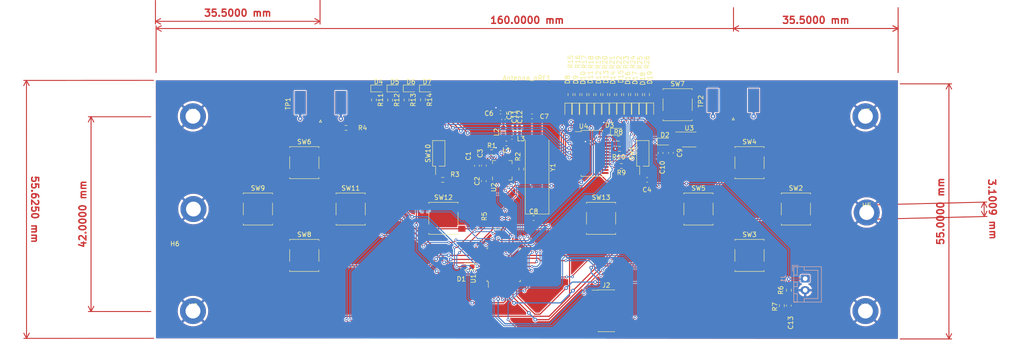
<source format=kicad_pcb>
(kicad_pcb (version 20221018) (generator pcbnew)
  (layers (0 "F.Cu" signal) (31 "B.Cu" signal) (34 "B.Paste" user) (35 "F.Paste" user) (36 "B.SilkS" user "B.Silkscreen") (37 "F.SilkS" user "F.Silkscreen") (38 "B.Mask" user) (39 "F.Mask" user) (44 "Edge.Cuts" user))
  (net 0 "")
  (net 1 "Antenna")
  (net 2 "A_Button")
  (net 3 "Glob_Alim")
  (net 4 "Return_ANT")
  (net 5 "Net-(U2-DVDD)")
  (net 6 "Net-(C5-Pad2)")
  (net 7 "Net-(U2-XC1)")
  (net 8 "Net-(U2-XC2)")
  (net 9 "Net-(U3-BP)")
  (net 10 "Li-ion")
  (net 11 "POWER_CHECK")
  (net 12 "Net-(D1-K)")
  (net 13 "Net-(D2-A)")
  (net 14 "Net-(D3-K)")
  (net 15 "Net-(D4-A)")
  (net 16 "Net-(D5-A)")
  (net 17 "Net-(D6-A)")
  (net 18 "GND")
  (net 19 "Net-(D4-K)")
  (net 20 "Net-(D5-K)")
  (net 21 "Net-(D7-K)")
  (net 22 "B_Button")
  (net 23 "X_Button")
  (net 24 "Y_Button")
  (net 25 "UC_Button")
  (net 26 "LC_Button")
  (net 27 "RC_Button")
  (net 28 "DC_Button")
  (net 29 "ST_Button")
  (net 30 "SE_Button")
  (net 31 "Net-(D6-K)")
  (net 32 "Order_Search")
  (net 33 "NES{slash}SNES_switcher")
  (net 36 "+3.3V")
  (net 37 "SWDIO")
  (net 38 "Net-(D7-A)")
  (net 39 "SWDCK")
  (net 40 "RX{slash}TX")
  (net 42 "Net-(D8-K)")
  (net 43 "Pin_Clock")
  (net 44 "Digital_Out_Put")
  (net 45 "MOSI")
  (net 48 "Net-(D8-A)")
  (net 49 "Net-(D9-K)")
  (net 50 "Net-(D9-A)")
  (net 51 "Net-(D10-K)")
  (net 52 "Reset_Buton ")
  (net 53 "USART2_RX")
  (net 54 "USART2_TX")
  (net 55 "R")
  (net 56 "L")
  (net 57 "Net-(D10-A)")
  (net 58 "Net-(D11-K)")
  (net 59 "Net-(D11-A)")
  (net 60 "Net-(D12-K)")
  (net 61 "Net-(D12-A)")
  (net 62 "Net-(D13-K)")
  (net 63 "Net-(D13-A)")
  (net 64 "Net-(D14-K)")
  (net 65 "Net-(D14-A)")
  (net 66 "Net-(D15-K)")
  (net 67 "Net-(D15-A)")
  (net 68 "Net-(D16-K)")
  (net 69 "Net-(D16-A)")
  (net 70 "Net-(D17-K)")
  (net 71 "Net-(D17-A)")
  (net 72 "Net-(D18-K)")
  (net 73 "Net-(D18-A)")
  (net 74 "Net-(D19-K)")
  (net 75 "Net-(D19-A)")
  (net 76 "Net-(U2-ANT2)")
  (net 77 "Net-(U2-ANT1)")
  (net 78 "Net-(U2-IREF)")
  (net 79 "DIODE_SDA")
  (net 80 "DIODE_CLK")
  (net 81 "DIODE_OE")
  (net 82 "Net-(U3-IN)")
  (footprint "Diode_SMD:D_0603_1608Metric_Pad1.05x0.95mm_HandSolder" (layer "F.Cu") (at 127.3 99.425 180)
    (fp_text reference "D1")
    (fp_text value "D_Small")
  )
  (footprint "Capacitor_SMD:C_0603_1608Metric_Pad1.08x0.95mm_HandSolder" (layer "F.Cu") (at 165.925 80.7)
    (fp_text reference "C4")
    (fp_text value "1u")
  )
  (footprint "Resistor_SMD:R_0603_1608Metric_Pad0.98x0.95mm_HandSolder" (layer "F.Cu") (at 164.4 62.3125 90)
    (fp_text reference "R25")
    (fp_text value "1K")
  )
  (footprint "Package_QFP:LQFP-32_7x7mm_P0.8mm" (layer "F.Cu") (at 135 99 90)
    (fp_text reference "U1")
    (fp_text value "STM32L412KBTx")
  )
  (footprint "Resistor_SMD:R_0603_1608Metric_Pad0.98x0.95mm_HandSolder" (layer "F.Cu") (at 159.725 71.825)
    (fp_text reference "R8")
    (fp_text value "10K")
  )
  (footprint "Resistor_SMD:R_0603_1608Metric_Pad0.98x0.95mm_HandSolder" (layer "F.Cu") (at 149.4 62.3125 90)
    (fp_text reference "R15")
    (fp_text value "1K")
  )
  (footprint "LED_SMD:LED_0603_1608Metric_Pad1.05x0.95mm_HandSolder" (layer "F.Cu") (at 158.575 65.8 -90)
    (fp_text reference "D14")
    (fp_text value "O3")
  )
  (footprint "Inductor_SMD:L_0402_1005Metric_Pad0.77x0.64mm_HandSolder" (layer "F.Cu") (at 136.775 71.575)
    (fp_text reference "L3")
    (fp_text value "2.7nH")
  )
  (footprint "MountingHole:MountingHole_3.2mm_M3_DIN965_Pad" (layer "F.Cu") (at 213 67)
    (fp_text reference "H3")
    (fp_text value "MountingHole_Pad")
  )
  (footprint "Button_Switch_SMD:SW_SPST_B3S-1000" (layer "F.Cu") (at 177 87)
    (fp_text reference "SW5")
    (fp_text value "SW_SPST")
  )
  (footprint "Resistor_SMD:R_0603_1608Metric_Pad0.98x0.95mm_HandSolder" (layer "F.Cu") (at 194.975 107.825 -90)
    (fp_text reference "R7")
    (fp_text value "1M")
  )
  (footprint "LED_SMD:LED_0603_1608Metric_Pad1.05x0.95mm_HandSolder" (layer "F.Cu") (at 115 61)
    (fp_text reference "D6")
    (fp_text value "G3")
  )
  (footprint "Crystal:Crystal_SMD_HC49-SD_HandSoldering" (layer "F.Cu") (at 142.2 78 90)
    (fp_text reference "Y1")
    (fp_text value "16MHz")
  )
  (footprint "Resistor_SMD:R_0603_1608Metric_Pad0.98x0.95mm_HandSolder" (layer "F.Cu") (at 160.375 77.725 180)
    (fp_text reference "R9")
    (fp_text value "10K")
  )
  (footprint "Button_Switch_SMD:SW_SPST_B3S-1000" (layer "F.Cu") (at 156 89)
    (fp_text reference "SW13")
    (fp_text value "SW_SPST")
  )
  (footprint "Resistor_SMD:R_0603_1608Metric_Pad0.98x0.95mm_HandSolder" (layer "F.Cu") (at 155.4 62.3125 90)
    (fp_text reference "R19")
    (fp_text value "1K")
  )
  (footprint "LED_SMD:LED_0603_1608Metric_Pad1.05x0.95mm_HandSolder" (layer "F.Cu") (at 166.6 65.8 -90)
    (fp_text reference "D19")
    (fp_text value "R4")
  )
  (footprint "LED_SMD:LED_0603_1608Metric_Pad1.05x0.95mm_HandSolder" (layer "F.Cu") (at 159.675 70.325)
    (fp_text reference "D3")
    (fp_text value "D_Small")
  )
  (footprint "Resistor_SMD:R_0603_1608Metric_Pad0.98x0.95mm_HandSolder" (layer "F.Cu") (at 114.05 63.475 -90)
    (fp_text reference "R13")
    (fp_text value "1K")
  )
  (footprint "Button_Switch_SMD:SW_SPST_B3S-1000" (layer "F.Cu") (at 92 77)
    (fp_text reference "SW6")
    (fp_text value "SW_SPST")
  )
  (footprint "LED_SMD:LED_0603_1608Metric_Pad1.05x0.95mm_HandSolder" (layer "F.Cu") (at 118.5 61)
    (fp_text reference "D7")
    (fp_text value "G4")
  )
  (footprint "Button_Switch_SMD:SW_SPST_B3S-1000" (layer "F.Cu") (at 82 87)
    (fp_text reference "SW9")
    (fp_text value "SW_SPST")
  )
  (footprint "Package_DFN_QFN:QFN-20-1EP_4x4mm_P0.5mm_EP2.5x2.5mm" (layer "F.Cu") (at 134.7 78.65 90)
    (fp_text reference "U2")
    (fp_text value "NRF24L01")
  )
  (footprint "Resistor_SMD:R_0603_1608Metric_Pad0.98x0.95mm_HandSolder" (layer "F.Cu") (at 117.6 63.425 -90)
    (fp_text reference "R14")
    (fp_text value "1K")
  )
  (footprint "Button_Switch_SMD:SW_SPST_B3S-1000" (layer "F.Cu") (at 198 87)
    (fp_text reference "SW2")
    (fp_text value "SW_SPST")
  )
  (footprint "LED_SMD:LED_0603_1608Metric_Pad1.05x0.95mm_HandSolder" (layer "F.Cu") (at 156.95 65.8125 -90)
    (fp_text reference "D13")
    (fp_text value "O2")
  )
  (footprint "Capacitor_SMD:C_0603_1608Metric_Pad1.08x0.95mm_HandSolder" (layer "F.Cu") (at 130.7 80.975 90)
    (fp_text reference "C2")
    (fp_text value "33nF")
  )
  (footprint "Resistor_SMD:R_0603_1608Metric_Pad0.98x0.95mm_HandSolder" (layer "F.Cu") (at 161.4 62.3125 90)
    (fp_text reference "R23")
    (fp_text value "1K")
  )
  (footprint "MountingHole:MountingHole_3.2mm_M3_DIN965_Pad" (layer "F.Cu") (at 68.1 87)
    (fp_text reference "H6")
    (fp_text value "MountingHole_Pad")
  )
  (footprint "Capacitor_SMD:C_0402_1005Metric_Pad0.74x0.62mm_HandSolder" (layer "F.Cu") (at 137.45 69.975 -90)
    (fp_text reference "C12")
    (fp_text value "4.7pF")
  )
  (footprint "Package_SO:TSSOP-28_4.4x9.7mm_P0.65mm" (layer "F.Cu") (at 154 75)
    (fp_text reference "U4")
    (fp_text value "PCA9685PW")
  )
  (footprint "LED_SMD:LED_0603_1608Metric_Pad1.05x0.95mm_HandSolder" (layer "F.Cu") (at 108 61)
    (fp_text reference "D4")
    (fp_text value "G1")
  )
  (footprint "Capacitor_SMD:C_0603_1608Metric_Pad1.08x0.95mm_HandSolder" (layer "F.Cu") (at 141.1 67.025)
    (fp_text reference "C7")
    (fp_text value "22nF")
  )
  (footprint "MountingHole:MountingHole_3.2mm_M3_DIN965_Pad" (layer "F.Cu") (at 213.275 87.75)
    (fp_text reference "H5")
    (fp_text value "MountingHole_Pad")
  )
  (footprint "Resistor_SMD:R_0603_1608Metric_Pad0.98x0.95mm_HandSolder" (layer "F.Cu") (at 132.4125 74.75)
    (fp_text reference "R1")
    (fp_text value "22K")
  )
  (footprint "Inductor_SMD:L_0603_1608Metric_Pad1.05x0.95mm_HandSolder" (layer "F.Cu") (at 135.575 72.85 180)
    (fp_text reference "L1")
    (fp_text value "8.2nH")
  )
  (footprint "Capacitor_SMD:C_0402_1005Metric_Pad0.74x0.62mm_HandSolder" (layer "F.Cu") (at 134.325 66.125 180)
    (fp_text reference "C6")
    (fp_text value "1.0pF")
  )
  (footprint "LED_SMD:LED_0603_1608Metric_Pad1.05x0.95mm_HandSolder" (layer "F.Cu") (at 163.375 65.8 -90)
    (fp_text reference "D17")
    (fp_text value "R2")
  )
  (footprint "LED_SMD:LED_0603_1608Metric_Pad1.05x0.95mm_HandSolder" (layer "F.Cu") (at 150.525 65.825 -90)
    (fp_text reference "D9")
    (fp_text value "G6")
  )
  (footprint "MountingHole:MountingHole_3.2mm_M3_DIN965_Pad" (layer "F.Cu") (at 68 67)
    (fp_text reference "H1")
    (fp_text value "MountingHole_Pad")
  )
  (footprint "Button_Switch_SMD:SW_SPST_B3S-1000" (layer "F.Cu") (at 172.5 64.5)
    (fp_text reference "SW7")
    (fp_text value "SW_SPST")
  )
  (footprint "MountingHole:MountingHole_3.2mm_M3_DIN965_Pad" (layer "F.Cu") (at 68 109)
    (fp_text reference "H2")
    (fp_text value "MountingHole_Pad")
  )
  (footprint "Resistor_SMD:R_0603_1608Metric_Pad0.98x0.95mm_HandSolder" (layer "F.Cu") (at 138.8 78.375 -90)
    (fp_text reference "R2")
    (fp_text value "1M")
  )
  (footprint "Connector_Coaxial:SMA_Molex_73251-1153_EdgeMount_Horizontal" (layer "F.Cu") (at 184.5 65.29 -90)
    (fp_text reference "TP2")
    (fp_text value "L")
  )
  (footprint "Resistor_SMD:R_0603_1608Metric_Pad0.98x0.95mm_HandSolder" (layer "F.Cu") (at 101 69.5)
    (fp_text reference "R4")
    (fp_text value "1K")
  )
  (footprint "Button_Switch_SMD:SW_DIP_SPSTx01_Slide_Copal_CHS-01B_W7.62mm_P1.27mm" (layer "F.Cu") (at 165 75 90)
    (fp_text reference "SW1")
    (fp_text value "SW_DIP_x01")
  )
  (footprint "Resistor_SMD:R_0603_1608Metric_Pad0.98x0.95mm_HandSolder" (layer "F.Cu") (at 121.85 80.7)
    (fp_text reference "R3")
    (fp_text value "1K")
  )
  (footprint "LED_SMD:LED_0603_1608Metric_Pad1.05x0.95mm_HandSolder" (layer "F.Cu") (at 169.775 72.45)
    (fp_text reference "D2")
    (fp_text value "LED_Small")
  )
  (footprint "Connector_Coaxial:SMA_Molex_73251-1153_EdgeMount_Horizontal" (layer "F.Cu") (at 95.5 65.79 -90)
    (fp_text reference "TP1")
    (fp_text value "R")
  )
  (footprint "Capacitor_SMD:C_0402_1005Metric_Pad0.74x0.62mm_HandSolder" (layer "F.Cu") (at 138.4 69.975 90)
    (fp_text reference "C11")
    (fp_text value "2.2nF")
  )
  (footprint "Resistor_SMD:R_0603_1608Metric_Pad0.98x0.95mm_HandSolder" (layer "F.Cu") (at 152.4 62.3125 90)
    (fp_text reference "R17")
    (fp_text value "1K")
  )
  (footprint "Capacitor_SMD:C_0402_1005Metric_Pad0.74x0.62mm_HandSolder" (layer "F.Cu") (at 134.95 67.675 -90)
    (fp_text reference "C5")
    (fp_text value "1.5pF")
  )
  (footprint "LED_SMD:LED_0603_1608Metric_Pad1.05x0.95mm_HandSolder" (layer "F.Cu") (at 161.775 65.8 -90)
    (fp_text reference "D16")
    (fp_text value "R1")
  )
  (footprint "Resistor_SMD:R_0603_1608Metric_Pad0.98x0.95mm_HandSolder" (layer "F.Cu") (at 196.5 104.5 -90)
    (fp_text reference "R6")
    (fp_text value "1M")
  )
  (footprint "LED_SMD:LED_0603_1608Metric_Pad1.05x0.95mm_HandSolder" (layer "F.Cu") (at 155.325 65.825 -90)
    (fp_text reference "D12")
    (fp_text value "O1")
  )
  (footprint "Capacitor_SMD:C_0603_1608Metric_Pad1.08x0.95mm_HandSolder" (layer "F.Cu") (at 129.225 77.6625 -90)
    (fp_text reference "C1")
    (fp_text value "10nF")
  )
  (footprint "LED_SMD:LED_0603_1608Metric_Pad1.05x0.95mm_HandSolder" (layer "F.Cu") (at 160.175 65.8 -90)
    (fp_text reference "D15")
    (fp_text value "O4")
  )
  (footprint "Resistor_SMD:R_0603_1608Metric_Pad0.98x0.95mm_HandSolder" (layer "F.Cu") (at 107.025 63.475 -90)
    (fp_text reference "R11")
    (fp_text value "1K")
  )
  (footprint "Button_Switch_SMD:SW_SPST_B3S-1000" (layer "F.Cu") (at 102 87)
    (fp_text reference "SW11")
    (fp_text value "SW_SPST")
  )
  (footprint "Capacitor_SMD:C_0603_1608Metric_Pad1.08x0.95mm_HandSolder" (layer "F.Cu") (at 196.475 107.825 -90)
    (fp_text reference "C13")
    (fp_text value "1nF")
  )
  (footprint "LED_SMD:LED_0603_1608Metric_Pad1.05x0.95mm_HandSolder" (layer "F.Cu") (at 153.725 65.825 -90)
    (fp_text reference "D11")
    (fp_text value "G8")
  )
  (footprint "Resistor_SMD:R_0603_1608Metric_Pad0.98x0.95mm_HandSolder" (layer "F.Cu") (at 159.9 62.3125 90)
    (fp_text reference "R22")
    (fp_text value "1K")
  )
  (footprint "Resistor_SMD:R_0603_1608Metric_Pad0.98x0.95mm_HandSolder" (layer "F.Cu") (at 159.975 74.025)
    (fp_text reference "R10")
    (fp_text value "10K")
  )
  (footprint "LED_SMD:LED_0603_1608Metric_Pad1.05x0.95mm_HandSolder" (layer "F.Cu") (at 148.925 65.825 -90)
    (fp_text reference "D8")
    (fp_text value "G5")
  )
  (footprint "Button_Switch_SMD:SW_SPST_B3S-1000" (layer "F.Cu") (at 188 97)
    (fp_text reference "SW3")
    (fp_text value "SW_SPST")
  )
  (footprint "LED_SMD:LED_0603_1608Metric_Pad1.05x0.95mm_HandSolder" (layer "F.Cu") (at 111.5 61)
    (fp_text reference "D5")
    (fp_text value "G2")
  )
  (footprint "LED_SMD:LED_0603_1608Metric_Pad1.05x0.95mm_HandSolder" (layer "F.Cu") (at 152.125 65.825 -90)
    (fp_text reference "D10")
    (fp_text value "G7")
  )
  (footprint "Resistor_SMD:R_0603_1608Metric_Pad0.98x0.95mm_HandSolder" (layer "F.Cu") (at 165.9 62.3125 90)
    (fp_text reference "R26")
    (fp_text value "1K")
  )
  (footprint "Capacitor_SMD:C_0603_1608Metric_Pad1.08x0.95mm_HandSolder" (layer "F.Cu") (at 168.825 74.9125 -90)
    (fp_text reference "C10")
    (fp_text value "100nF")
  )
  (footprint "Resistor_SMD:R_0603_1608Metric_Pad0.98x0.95mm_HandSolder" (layer "F.Cu") (at 158.4 62.3125 90)
    (fp_text reference "R21")
    (fp_text value "1K")
  )
  (footprint "Resistor_SMD:R_0603_1608Metric_Pad0.98x0.95mm_HandSolder" (layer "F.Cu") (at 156.9 62.3125 90)
    (fp_text reference "R20")
    (fp_text value "1K")
  )
  (footprint "Inductor_SMD:L_0603_1608Metric_Pad1.05x0.95mm_HandSolder" (layer "F.Cu") (at 134.9 70.425 90)
    (fp_text reference "L2")
    (fp_text value "3.9nH")
  )
  (footprint "Button_Switch_SMD:SW_SPST_B3S-1000" (layer "F.Cu") (at 188 77)
    (fp_text reference "SW4")
    (fp_text value "SW_SPST")
  )
  (footprint "Resistor_SMD:R_0603_1608Metric_Pad0.98x0.95mm_HandSolder" (layer "F.Cu") (at 153.9 62.3125 90)
    (fp_text reference "R18")
    (fp_text value "1K")
  )
  (footprint "Capacitor_SMD:C_0603_1608Metric_Pad1.08x0.95mm_HandSolder" (layer "F.Cu") (at 171.05 74.9 -90)
    (fp_text reference "C9")
    (fp_text value "C_Small")
  )
  (footprint "Button_Switch_SMD:SW_DIP_SPSTx01_Slide_Copal_CHS-01B_W7.62mm_P1.27mm" (layer "F.Cu") (at 121 75 90)
    (fp_text reference "SW10")
    (fp_text value "SW_DIP_x01")
  )
  (footprint "Package_SO:MSOP-8_3x3mm_P0.65mm" (layer "F.Cu") (at 175 72)
    (fp_text reference "U3")
    (fp_text value "MIC5219-3.3YMM")
  )
  (footprint "Button_Switch_SMD:SW_SPST_B3S-1000" (layer "F.Cu") (at 122 89)
    (fp_text reference "SW12")
    (fp_text value "SW_SPST")
  )
  (footprint "Capacitor_SMD:C_0603_1608Metric_Pad1.08x0.95mm_HandSolder" (layer "F.Cu") (at 141.45 88.95)
    (fp_text reference "C8")
    (fp_text value "22nF")
  )
  (footprint "MountingHole:MountingHole_3.2mm_M3_DIN965_Pad" (layer "F.Cu") (at 213 109)
    (fp_text reference "H4")
    (fp_text value "MountingHole_Pad")
  )
  (footprint "Connector_PinHeader_1.27mm:PinHeader_2x07_P1.27mm_Vertical_SMD" (layer "F.Cu") (at 157.125 108.94)
    (fp_text reference "J2")
    (fp_text value "Conn_02x07_Odd_Even")
  )
  (footprint "Capacitor_SMD:C_0603_1608Metric_Pad1.08x0.95mm_HandSolder" (layer "F.Cu") (at 130.725 77.6375 -90)
    (fp_text reference "C3")
    (fp_text value "1nF")
  )
  (footprint "RF_Antenna:Texas_SWRA117D_2.4GHz_Right" (layer "F.Cu") (at 135.425 65.15)
    (fp_text reference "Antenna_nRF1")
    (fp_text value "~")
  )
  (footprint "Resistor_SMD:R_0603_1608Metric_Pad0.98x0.95mm_HandSolder" (layer "F.Cu") (at 162.9 62.3125 90)
    (fp_text reference "R24")
    (fp_text value "1K")
  )
  (footprint "Resistor_SMD:R_0603_1608Metric_Pad0.98x0.95mm_HandSolder" (layer "F.Cu") (at 150.9 62.3125 90)
    (fp_text reference "R16")
    (fp_text value "1K")
  )
  (footprint "Resistor_SMD:R_0603_1608Metric_Pad0.98x0.95mm_HandSolder" (layer "F.Cu") (at 110.525 63.5 -90)
    (fp_text reference "R12")
    (fp_text value "1K")
  )
  (footprint "LED_SMD:LED_0603_1608Metric_Pad1.05x0.95mm_HandSolder" (layer "F.Cu") (at 164.975 65.8 -90)
    (fp_text reference "D18")
    (fp_text value "R3")
  )
  (footprint "Button_Switch_SMD:SW_SPST_B3S-1000" (layer "F.Cu") (at 92 97)
    (fp_text reference "SW8")
    (fp_text value "SW_SPST")
  )
  (footprint "Resistor_SMD:R_0603_1608Metric_Pad0.98x0.95mm_HandSolder" (layer "F.Cu") (at 133.775 91.4 90)
    (fp_text reference "R5")
    (fp_text value "1K")
  )
  (footprint "Connector_JST:JST_XH_B2B-XH-A_1x02_P2.50mm_Vertical" (layer "B.Cu") (at 200 102 -90)
    (fp_text reference "J1")
    (fp_text value "Conn_01x02")
  )
  (dimension (type aligned) (layer "F.Cu") (pts (xy 60.05 58.075) (xy 220.05 58.075)) (height -10) (gr_text "160,0000 mm" (at 140.05 46.275) (layer "F.Cu") (effects (font (size 1.5 1.5) (thickness 0.3)))) (format (prefix "") (suffix "") (units 3) (units_format 1) (precision 4)) (style (thickness 0.2) (arrow_length 1.27) (text_position_mode 0) (extension_height 0.58642) (extension_offset 0.5) keep_text_aligned))
  (dimension (type aligned) (layer "F.Cu") (pts (xy 60 59.25) (xy 60.025 114.875)) (height 27.910346) (gr_text "55,6250 mm" (at 33.902157 87.074235 270.0257509) (layer "F.Cu") (effects (font (size 1.5 1.5) (thickness 0.3)))) (format (prefix "") (suffix "") (units 3) (units_format 1) (precision 4)) (style (thickness 0.2) (arrow_length 1.27) (text_position_mode 0) (extension_height 0.58642) (extension_offset 0.5) keep_text_aligned))
  (dimension (type aligned) (layer "F.Cu") (pts (xy 59.9 41.525) (xy 95.4 41.525)) (height 5) (gr_text "35,5000 mm" (at 77.65 44.725) (layer "F.Cu") (effects (font (size 1.5 1.5) (thickness 0.3)))) (format (prefix "") (suffix "") (units 3) (units_format 1) (precision 4)) (style (thickness 0.2) (arrow_length 1.27) (text_position_mode 0) (extension_height 0.58642) (extension_offset 0.5) keep_text_aligned))
  (dimension (type aligned) (layer "F.Cu") (pts (xy 213.225 86.125) (xy 213.3 89.225)) (height -25.346559) (gr_text "3,1009 mm" (at 240.401117 87.01842 271.3859179) (layer "F.Cu") (effects (font (size 1.5 1.5) (thickness 0.3)))) (format (prefix "") (suffix "") (units 3) (units_format 1) (precision 4)) (style (thickness 0.2) (arrow_length 1.27) (text_position_mode 0) (extension_height 0.58642) (extension_offset 0.5) keep_text_aligned))
  (dimension (type aligned) (layer "F.Cu") (pts (xy 220 60) (xy 220 115)) (height -11) (gr_text "55,0000 mm" (at 229.2 87.5 90) (layer "F.Cu") (effects (font (size 1.5 1.5) (thickness 0.3)))) (format (prefix "") (suffix "") (units 3) (units_format 1) (precision 4)) (style (thickness 0.2) (arrow_length 1.27) (text_position_mode 0) (extension_height 0.58642) (extension_offset 0.5) keep_text_aligned))
  (dimension (type aligned) (layer "F.Cu") (pts (xy 59.4 67.1) (xy 59.4 109.1)) (height 13.375) (gr_text "42,0000 mm" (at 44.225 88.1 90) (layer "F.Cu") (effects (font (size 1.5 1.5) (thickness 0.3)))) (format (prefix "") (suffix "") (units 3) (units_format 1) (precision 4)) (style (thickness 0.2) (arrow_length 1.27) (text_position_mode 0) (extension_height 0.58642) (extension_offset 0.5) keep_text_aligned))
  (dimension (type aligned) (layer "F.Cu") (pts (xy 184.55 43.075) (xy 220.05 43.075)) (height 5) (gr_text "35,5000 mm" (at 202.3 46.275) (layer "F.Cu") (effects (font (size 1.5 1.5) (thickness 0.3)))) (format (prefix "") (suffix "") (units 3) (units_format 1) (precision 4)) (style (thickness 0.2) (arrow_length 1.27) (text_position_mode 0) (extension_height 0.58642) (extension_offset 0.5) keep_text_aligned))
  (segment (start 134.8925 67.05) (end 134.95 67.1075) (width 0.25) (layer "F.Cu") (net 1))
  (segment (start 134.8925 66.125) (end 134.8925 67.05) (width 0.25) (layer "F.Cu") (net 1))
  (segment (start 177.95 98.8) (end 157 98.8) (width 0.25) (layer "F.Cu") (net 2))
  (segment (start 194.025 89.25) (end 187.45 89.25) (width 0.25) (layer "F.Cu") (net 2))
  (segment (start 182.2 94.55) (end 177.95 98.8) (width 0.25) (layer "F.Cu") (net 2))
  (segment (start 155.736796 98.8) (end 149.930898 104.605898) (width 0.25) (layer "F.Cu") (net 2))
  (segment (start 182.2 94.5) (end 182.2 94.55) (width 0.25) (layer "F.Cu") (net 2))
  (segment (start 136.2 106.200098) (end 136.2 103.175) (width 0.25) (layer "F.Cu") (net 2))
  (segment (start 194.025 89.25) (end 201.975 89.25) (width 0.25) (layer "F.Cu") (net 2))
  (segment (start 137.237451 107.237549) (end 136.2 106.200098) (width 0.25) (layer "F.Cu") (net 2))
  (segment (start 157 98.8) (end 155.736796 98.8) (width 0.25) (layer "F.Cu") (net 2))
  (segment (start 187.45 89.25) (end 182.2 94.5) (width 0.25) (layer "F.Cu") (net 2))
  (via (at 137.237451 107.237549) (size 0.8) (drill 0.4) (layers "F.Cu" "B.Cu") (net 2))
  (via (at 149.930898 104.605898) (size 0.8) (drill 0.4) (layers "F.Cu" "B.Cu") (net 2))
  (segment (start 147.299247 107.237549) (end 137.237451 107.237549) (width 0.25) (layer "B.Cu") (net 2))
  (segment (start 149.930898 104.605898) (end 147.299247 107.237549) (width 0.25) (layer "B.Cu") (net 2))
  (segment (start 160.55 70.325) (end 160.55 68.3) (width 0.25) (layer "F.Cu") (net 3))
  (segment (start 165.079505 82.05) (end 167.275 82.05) (width 0.25) (layer "F.Cu") (net 3))
  (segment (start 161.2875 78.257995) (end 165.079505 82.05) (width 0.25) (layer "F.Cu") (net 3))
  (segment (start 154.350521 73.299479) (end 154.350521 79.425521) (width 0.25) (layer "F.Cu") (net 3))
  (segment (start 133.301756 76.314256) (end 133.7 76.7125) (width 0.25) (layer "F.Cu") (net 3))
  (segment (start 150.448959 73.375) (end 151.1375 73.375) (width 0.25) (layer "F.Cu") (net 3))
  (segment (start 151.1375 70.775) (end 150.448959 70.775) (width 0.25) (layer "F.Cu") (net 3))
  (segment (start 168.375 82.05) (end 168.45 82.125) (width 0.25) (layer "F.Cu") (net 3))
  (segment (start 128.325 76.8) (end 127.45 77.675) (width 0.25) (layer "F.Cu") (net 3))
  (segment (start 150.075 71.148959) (end 150.075 71.775) (width 0.25) (layer "F.Cu") (net 3))
  (segment (start 155.75 79.475) (end 155.925 79.65) (width 0.25) (layer "F.Cu") (net 3))
  (segment (start 131.2 90.6755) (end 131.167323 90.6755) (width 0.2) (layer "F.Cu") (net 3))
  (segment (start 130.7 76.8) (end 130.725 76.775) (width 0.25) (layer "F.Cu") (net 3))
  (segment (start 131.167323 90.6755) (end 125.467323 96.3755) (width 0.2) (layer "F.Cu") (net 3))
  (segment (start 168.9 72.45) (end 168.9 73.975) (width 0.25) (layer "F.Cu") (net 3))
  (segment (start 160.075 80.925) (end 161.375 79.625) (width 0.25) (layer "F.Cu") (net 3))
  (segment (start 160.8875 74.025) (end 160.8875 72.075) (width 0.25) (layer "F.Cu") (net 3))
  (segment (start 150.075 71.775) (end 150.075 73.001041) (width 0.25) (layer "F.Cu") (net 3))
  (segment (start 131.6 78.65) (end 132.7625 78.65) (width 0.25) (layer "F.Cu") (net 3))
  (segment (start 124.9 99.425) (end 124.875 99.4) (width 0.2) (layer "F.Cu") (net 3))
  (segment (start 133.301756 75.750576) (end 133.301756 76.314256) (width 0.25) (layer "F.Cu") (net 3))
  (segment (start 160.6375 70.4125) (end 160.55 70.325) (width 0.25) (layer "F.Cu") (net 3))
  (segment (start 161.375 77.8125) (end 161.2875 77.725) (width 0.25) (layer "F.Cu") (net 3))
  (segment (start 168.9 73.975) (end 168.825 74.05) (width 0.25) (layer "F.Cu") (net 3))
  (segment (start 154.4 79.475) (end 155.75 79.475) (width 0.25) (layer "F.Cu") (net 3))
  (segment (start 130.725 76.775) (end 131.525 77.575) (width 0.25) (layer "F.Cu") (net 3))
  (segment (start 137.098008 79.15) (end 137.45 79.501992) (width 0.25) (layer "F.Cu") (net 3))
  (segment (start 121.865 71.19) (end 123.275 72.6) (width 0.25) (layer "F.Cu") (net 3))
  (segment (start 151.1375 70.775) (end 151.826041 70.775) (width 0.25) (layer "F.Cu") (net 3))
  (segment (start 154.350521 79.425521) (end 154.4 79.475) (width 0.25) (layer "F.Cu") (net 3))
  (segment (start 154.4 79.475) (end 154.462652 79.537652) (width 0.25) (layer "F.Cu") (net 3))
  (segment (start 161.375 79.625) (end 161.375 77.8125) (width 0.25) (layer "F.Cu") (net 3))
  (segment (start 131.525 75.825576) (end 131.525 77.575) (width 0.25) (layer "F.Cu") (net 3))
  (segment (start 126.425 99.425) (end 124.9 99.425) (width 0.2) (layer "F.Cu") (net 3))
  (segment (start 157.2 80.925) (end 160.075 80.925) (width 0.25) (layer "F.Cu") (net 3))
  (segment (start 131.6 75.750576) (end 131.525 75.825576) (width 0.25) (layer "F.Cu") (net 3))
  (segment (start 137.8 84.0755) (end 131.2 90.6755) (width 0.2) (layer "F.Cu") (net 3))
  (segment (start 127.45 77.675) (end 127.45 80.95) (width 0.25) (layer "F.Cu") (net 3))
  (segment (start 123.275 74.375) (end 125.7 76.8) (width 0.25) (layer "F.Cu") (net 3))
  (segment (start 130.275 83.775) (end 135.6 83.775) (width 0.25) (layer "F.Cu") (net 3))
  (segment (start 152.000305 82) (end 145.3 82) (width 0.25) (layer "F.Cu") (net 3))
  (segment (start 161.2875 77.725) (end 161.2875 78.257995) (width 0.25) (layer "F.Cu") (net 3))
  (segment (start 150.075 73.001041) (end 150.448959 73.375) (width 0.25) (layer "F.Cu") (net 3))
  (segment (start 154.462652 79.537652) (end 152.000305 82) (width 0.25) (layer "F.Cu") (net 3))
  (segment (start 123.275 72.6) (end 123.275 74.375) (width 0.25) (layer "F.Cu") (net 3))
  (segment (start 155.925 79.65) (end 157.2 80.925) (width 0.25) (layer "F.Cu") (net 3))
  (segment (start 131.525 77.575) (end 131.525 78.575) (width 0.25) (layer "F.Cu") (net 3))
  (segment (start 137.45 79.501992) (end 137.45 81.225) (width 0.25) (layer "F.Cu") (net 3))
  (segment (start 151.826041 70.775) (end 154.350521 73.299479) (width 0.25) (layer "F.Cu") (net 3))
  (segment (start 121 71.19) (end 121.865 71.19) (width 0.25) (layer "F.Cu") (net 3))
  (segment (start 150.448959 70.775) (end 150.075 71.148959) (width 0.25) (layer "F.Cu") (net 3))
  (segment (start 150.075 71.775) (end 150.375 72.075) (width 0.25) (layer "F.Cu") (net 3))
  (segment (start 160.55 68.3) (end 160.2 67.95) (width 0.25) (layer "F.Cu") (net 3))
  (segment (start 137.45 81.225) (end 137.8 81.575) (width 0.25) (layer "F.Cu") (net 3))
  (segment (start 168.75 72.6) (end 168.9 72.45) (width 0.25) (layer "F.Cu") (net 3))
  (segment (start 131.525 78.575) (end 131.6 78.65) (width 0.25) (layer "F.Cu") (net 3))
  (segment (start 150.375 72.075) (end 151.1375 72.075) (width 0.25) (layer "F.Cu") (net 3))
  (segment (start 127.45 80.95) (end 130.275 83.775) (width 0.25) (layer "F.Cu") (net 3))
  (segment (start 136.6375 79.15) (end 137.098008 79.15) (width 0.25) (layer "F.Cu") (net 3))
  (segment (start 129.225 76.8) (end 128.325 76.8) (width 0.25) (layer "F.Cu") (net 3))
  (segment (start 160.6375 71.825) (end 160.6375 70.4125) (width 0.25) (layer "F.Cu") (net 3))
  (segment (start 137.8 81.575) (end 137.8 84.0755) (width 0.2) (layer "F.Cu") (net 3))
  (segment (start 129.225 76.8) (end 130.7 76.8) (width 0.25) (layer "F.Cu") (net 3))
  (segment (start 167.275 82.05) (end 168.375 82.05) (width 0.25) (layer "F.Cu") (net 3))
  (segment (start 167.625 72.6) (end 168.75 72.6) (width 0.25) (layer "F.Cu") (net 3))
  (segment (start 160.8875 72.075) (end 160.6375 71.825) (width 0.25) (layer "F.Cu") (net 3))
  (segment (start 125.7 76.8) (end 129.225 76.8) (width 0.25) (layer "F.Cu") (net 3))
  (segment (start 135.6 83.775) (end 137.8 81.575) (width 0.25) (layer "F.Cu") (net 3))
  (via (at 168.45 82.125) (size 0.6) (drill 0.3) (layers "F.Cu" "B.Cu") (net 3))
  (via (at 137.8 81.575) (size 0.8) (drill 0.4) (layers "F.Cu" "B.Cu") (net 3))
  (via (at 125.467323 96.3755) (size 0.6) (drill 0.3) (layers "F.Cu" "B.Cu") (net 3))
  (via (at 160.2 67.95) (size 0.6) (drill 0.3) (layers "F.Cu" "B.Cu") (net 3))
  (via (at 167.625 72.6) (size 0.6) (drill 0.3) (layers "F.Cu" "B.Cu") (net 3))
  (via (at 131.6 75.750576) (size 0.6) (drill 0.3) (layers "F.Cu" "B.Cu") (net 3))
  (via (at 145.3 82) (size 0.8) (drill 0.4) (layers "F.Cu" "B.Cu") (net 3))
  (via (at 124.875 99.4) (size 0.6) (drill 0.3) (layers "F.Cu" "B.Cu") (net 3))
  (via (at 133.301756 75.750576) (size 0.6) (drill 0.3) (layers "F.Cu" "B.Cu") (net 3))
  (segment (start 124.875 96.967823) (end 125.467323 96.3755) (width 0.2) (layer "B.Cu") (net 3))
  (segment (start 168.45 77.875) (end 167.6 77.025) (width 0.25) (layer "B.Cu") (net 3))
  (segment (start 160.2 67.95) (end 160.55 67.6) (width 0.25) (layer "B.Cu") (net 3))
  (segment (start 165.15 67.6) (end 167.625 70.075) (width 0.25) (layer "B.Cu") (net 3))
  (segment (start 124.875 99.4) (end 124.875 96.967823) (width 0.2) (layer "B.Cu") (net 3))
  (segment (start 145.3 82) (end 138.225 82) (width 0.25) (layer "B.Cu") (net 3))
  (segment (start 167.625 77) (end 167.625 72.6) (width 0.25) (layer "B.Cu") (net 3))
  (segment (start 168.45 82.125) (end 168.45 77.875) (width 0.25) (layer "B.Cu") (net 3))
  (segment (start 167.6 77.025) (end 167.625 77) (width 0.25) (layer "B.Cu") (net 3))
  (segment (start 167.625 70.075) (end 167.625 72.6) (width 0.25) (layer "B.Cu") (net 3))
  (segment (start 138.225 82) (end 137.8 81.575) (width 0.25) (layer "B.Cu") (net 3))
  (segment (start 160.55 67.6) (end 165.15 67.6) (width 0.25) (layer "B.Cu") (net 3))
  (segment (start 131.6 75.750576) (end 133.301756 75.750576) (width 0.25) (layer "B.Cu") (net 3))
  (segment (start 137.175 73.775) (end 137.3475 73.6025) (width 0.25) (layer "F.Cu") (net 4))
  (segment (start 137.45 70.5425) (end 138.4 70.5425) (width 0.25) (layer "F.Cu") (net 4))
  (segment (start 137.175 74.324805) (end 137.175 73.775) (width 0.25) (layer "F.Cu") (net 4))
  (segment (start 137.3475 70.645) (end 137.45 70.5425) (width 0.25) (layer "F.Cu") (net 4))
  (segment (start 137.3475 71.575) (end 137.3475 70.645) (width 0.25) (layer "F.Cu") (net 4))
  (segment (start 135.7 76.7125) (end 135.7 75.225) (width 0.25) (layer "F.Cu") (net 4))
  (segment (start 136.274805 75.225) (end 137.175 74.324805) (width 0.25) (layer "F.Cu") (net 4))
  (segment (start 137.3475 73.6025) (end 137.3475 71.575) (width 0.25) (layer "F.Cu") (net 4))
  (segment (start 135.7 75.225) (end 136.274805 75.225) (width 0.25) (layer "F.Cu") (net 4))
  (segment (start 131.475 81.0625) (end 130.7 81.8375) (width 0.2) (layer "F.Cu") (net 5))
  (segment (start 131.475 79.925) (end 131.475 81.0625) (width 0.2) (layer "F.Cu") (net 5))
  (segment (start 132.25 79.15) (end 131.475 79.925) (width 0.2) (layer "F.Cu") (net 5))
  (segment (start 132.7625 79.15) (end 132.25 79.15) (width 0.2) (layer "F.Cu") (net 5))
  (segment (start 134.95 69.5) (end 134.9 69.55) (width 0.25) (layer "F.Cu") (net 6))
  (segment (start 134.95 68.2425) (end 134.95 69.5) (width 0.25) (layer "F.Cu") (net 6))
  (segment (start 142 72.0625) (end 140.2375 72.0625) (width 0.25) (layer "F.Cu") (net 7))
  (segment (start 140.2375 72.0625) (end 138.6 73.7) (width 0.25) (layer "F.Cu") (net 7))
  (segment (start 142 67.0625) (end 142 72.0625) (width 0.25) (layer "F.Cu") (net 7))
  (segment (start 136.825 77.4625) (end 136.6375 77.65) (width 0.25) (layer "F.Cu") (net 7))
  (segment (start 141.9625 67.025) (end 142 67.0625) (width 0.25) (layer "F.Cu") (net 7))
  (segment (start 138.6 77.4625) (end 136.825 77.4625) (width 0.25) (layer "F.Cu") (net 7))
  (segment (start 138.6 73.7) (end 138.6 77.4625) (width 0.25) (layer "F.Cu") (net 7))
  (segment (start 136.6375 78.15) (end 137.4875 78.15) (width 0.2) (layer "F.Cu") (net 8))
  (segment (start 138.6 79.2625) (end 138.6 79.2875) (width 0.2) (layer "F.Cu") (net 8))
  (segment (start 138.6 79.2875) (end 142 82.6875) (width 0.2) (layer "F.Cu") (net 8))
  (segment (start 137.4875 78.15) (end 138.6 79.2625) (width 0.2) (layer "F.Cu") (net 8))
  (segment (start 142 82.6875) (end 142 83.9375) (width 0.2) (layer "F.Cu") (net 8))
  (segment (start 142.3125 88.95) (end 142 88.6375) (width 0.25) (layer "F.Cu") (net 8))
  (segment (start 142 88.6375) (end 142 83.9375) (width 0.25) (layer "F.Cu") (net 8))
  (segment (start 172.8875 72.975) (end 172.1125 72.975) (width 0.25) (layer "F.Cu") (net 9))
  (segment (start 172.1125 72.975) (end 171.05 74.0375) (width 0.25) (layer "F.Cu") (net 9))
  (segment (start 196.5 102.15) (end 196.45 102.1) (width 0.25) (layer "F.Cu") (net 10))
  (segment (start 165 78.81) (end 165 80.6375) (width 0.25) (layer "F.Cu") (net 10))
  (segment (start 165 80.6375) (end 165.0625 80.7) (width 0.25) (layer "F.Cu") (net 10))
  (segment (start 165.0625 80.7) (end 165.8625 81.5) (width 0.25) (layer "F.Cu") (net 10))
  (segment (start 165.8625 81.5) (end 174.4 81.5) (width 0.25) (layer "F.Cu") (net 10))
  (segment (start 196.5 103.5875) (end 196.5 102.15) (width 0.25) (layer "F.Cu") (net 10))
  (via (at 174.4 81.5) (size 0.8) (drill 0.4) (layers "F.Cu" "B.Cu") (net 10))
  (via (at 196.45 102.1) (size 0.8) (drill 0.4) (layers "F.Cu" "B.Cu") (net 10))
  (segment (start 196.45 102.1) (end 199.9 102.1) (width 0.25) (layer "B.Cu") (net 10))
  (segment (start 199.9 102.1) (end 200 102) (width 0.25) (layer "B.Cu") (net 10))
  (segment (start 182.25 81.5) (end 196.45 95.7) (width 0.25) (layer "B.Cu") (net 10))
  (segment (start 196.45 95.7) (end 196.45 102.1) (width 0.25) (layer "B.Cu") (net 10))
  (segment (start 174.4 81.5) (end 182.25 81.5) (width 0.25) (layer "B.Cu") (net 10))
  (segment (start 142.9255 98.125) (end 148.425 98.125) (width 0.25) (layer "F.Cu") (net 11))
  (segment (start 196.5 105.4125) (end 196.5 106.9375) (width 0.25) (layer "F.Cu") (net 11))
  (segment (start 178.85 99.7) (end 157.475 99.7) (width 0.25) (layer "F.Cu") (net 11))
  (segment (start 196.475 106.9625) (end 195.025 106.9625) (width 0.25) (layer "F.Cu") (net 11))
  (segment (start 157.425 99.75) (end 157.425 99.903458) (width 0.25) (layer "F.Cu") (net 11))
  (segment (start 142.425 97.6245) (end 142.9255 98.125) (width 0.25) (layer "F.Cu") (net 11))
  (segment (start 157.425 99.903458) (end 155.99476 101.333698) (width 0.25) (layer "F.Cu") (net 11))
  (segment (start 142.425 97.6245) (end 139.3505 97.6245) (width 0.25) (layer "F.Cu") (net 11))
  (segment (start 195.025 106.9625) (end 194.975 106.9125) (width 0.25) (layer "F.Cu") (net 11))
  (segment (start 139.3505 97.6245) (end 139.175 97.8) (width 0.25) (layer "F.Cu") (net 11))
  (segment (start 186.0625 106.9125) (end 178.85 99.7) (width 0.25) (layer "F.Cu") (net 11))
  (segment (start 155.99476 101.333698) (end 155.958698 101.333698) (width 0.25) (layer "F.Cu") (net 11))
  (segment (start 194.975 106.9125) (end 186.0625 106.9125) (width 0.25) (layer "F.Cu") (net 11))
  (segment (start 196.5 106.9375) (end 196.475 106.9625) (width 0.25) (layer "F.Cu") (net 11))
  (segment (start 157.475 99.7) (end 157.425 99.75) (width 0.25) (layer "F.Cu") (net 11))
  (via (at 155.958698 101.333698) (size 0.6) (drill 0.3) (layers "F.Cu" "B.Cu") (net 11))
  (via (at 148.425 98.125) (size 0.6) (drill 0.3) (layers "F.Cu" "B.Cu") (net 11))
  (segment (start 154.593599 99.343294) (end 153.375305 98.125) (width 0.25) (layer "B.Cu") (net 11))
  (segment (start 153.375305 98.125) (end 149.75 98.125) (width 0.25) (layer "B.Cu") (net 11))
  (segment (start 155.958698 101.333698) (end 154.593599 99.968599) (width 0.25) (layer "B.Cu") (net 11))
  (segment (start 154.593599 99.968599) (end 154.593599 99.343294) (width 0.25) (layer "B.Cu") (net 11))
  (segment (start 149.75 98.125) (end 148.425 98.125) (width 0.25) (layer "B.Cu") (net 11))
  (segment (start 131.7 105.525) (end 131.7 103.675) (width 0.25) (layer "F.Cu") (net 12))
  (segment (start 128.225 107.2) (end 129.9 107.2) (width 0.25) (layer "F.Cu") (net 12))
  (segment (start 135.4 97.825) (end 137.8 95.425) (width 0.25) (layer "F.Cu") (net 12))
  (segment (start 130.025 107.2) (end 131.7 105.525) (width 0.25) (layer "F.Cu") (net 12))
  (segment (start 137.8 95.425) (end 137.8 94.825) (width 0.25) (layer "F.Cu") (net 12))
  (segment (start 129.9 107.2) (end 130.025 107.2) (width 0.25) (layer "F.Cu") (net 12))
  (segment (start 131.7 103.675) (end 132.2 103.175) (width 0.25) (layer "F.Cu") (net 12))
  (segment (start 129.9 107.2) (end 134.95 107.2) (width 0.25) (layer "F.Cu") (net 12))
  (segment (start 128.175 99.4255) (end 127.325 100.2755) (width 0.25) (layer "F.Cu") (net 12))
  (segment (start 135.375 106.775) (end 135.375 103.2) (width 0.25) (layer "F.Cu") (net 12))
  (segment (start 134.95 107.2) (end 135.375 106.775) (width 0.25) (layer "F.Cu") (net 12))
  (segment (start 128.175 99.425) (end 128.175 99.4255) (width 0.25) (layer "F.Cu") (net 12))
  (segment (start 135.4 103.175) (end 135.4 97.825) (width 0.25) (layer "F.Cu") (net 12))
  (segment (start 135.375 103.2) (end 135.4 103.175) (width 0.25) (layer "F.Cu") (net 12))
  (via (at 128.225 107.2) (size 0.8) (drill 0.4) (layers "F.Cu" "B.Cu") (net 12))
  (via (at 127.325 100.2755) (size 0.8) (drill 0.4) (layers "F.Cu" "B.Cu") (net 12))
  (segment (start 127.325 106.3) (end 128.225 107.2) (width 0.25) (layer "B.Cu") (net 12))
  (segment (start 127.325 100.2755) (end 127.325 106.3) (width 0.25) (layer "B.Cu") (net 12))
  (segment (start 172.8875 72.325) (end 170.775 72.325) (width 0.25) (layer "F.Cu") (net 13))
  (segment (start 170.775 72.325) (end 170.65 72.45) (width 0.25) (layer "F.Cu") (net 13))
  (segment (start 157.3125 70.325) (end 156.8625 70.775) (width 0.25) (layer "F.Cu") (net 14))
  (segment (start 158.8 70.325) (end 157.3125 70.325) (width 0.25) (layer "F.Cu") (net 14))
  (segment (start 108.875 61) (end 108.875 64.045495) (width 0.25) (layer "F.Cu") (net 15))
  (segment (start 119.801206 66.25) (end 122.700603 69.149397) (width 0.25) (layer "F.Cu") (net 15))
  (segment (start 150.50922 74.15) (end 151.15 74.15) (width 0.25) (layer "F.Cu") (net 15))
  (segment (start 151.15 74.0125) (end 151.1375 74.025) (width 0.25) (layer "F.Cu") (net 15))
  (segment (start 149.206985 72.847765) (end 150.50922 74.15) (width 0.25) (layer "F.Cu") (net 15))
  (segment (start 111.079505 66.25) (end 111.125 66.25) (width 0.25) (layer "F.Cu") (net 15))
  (segment (start 111.125 66.25) (end 119.801206 66.25) (width 0.25) (layer "F.Cu") (net 15))
  (segment (start 151.15 74.15) (end 151.15 74.0125) (width 0.25) (layer "F.Cu") (net 15))
  (segment (start 108.875 64.045495) (end 111.079505 66.25) (width 0.25) (layer "F.Cu") (net 15))
  (via (at 149.206985 72.847765) (size 0.8) (drill 0.4) (layers "F.Cu" "B.Cu") (net 15))
  (via (at 122.700603 69.149397) (size 0.8) (drill 0.4) (layers "F.Cu" "B.Cu") (net 15))
  (segment (start 144.887098 68.762098) (end 148.972765 72.847765) (width 0.25) (layer "B.Cu") (net 15))
  (segment (start 148.972765 72.847765) (end 149.206985 72.847765) (width 0.25) (layer "B.Cu") (net 15))
  (segment (start 123.087902 68.762098) (end 144.887098 68.762098) (width 0.25) (layer "B.Cu") (net 15))
  (segment (start 122.700603 69.149397) (end 123.087902 68.762098) (width 0.25) (layer "B.Cu") (net 15))
  (segment (start 150.011453 74.675) (end 151.1375 74.675) (width 0.25) (layer "F.Cu") (net 16))
  (segment (start 120.200804 65.625) (end 124.062902 69.487098) (width 0.25) (layer "F.Cu") (net 16))
  (segment (start 149.174901 73.838448) (end 150.011453 74.675) (width 0.25) (layer "F.Cu") (net 16))
  (segment (start 149.0745 73.838448) (end 149.174901 73.838448) (width 0.25) (layer "F.Cu") (net 16))
  (segment (start 112.375 61) (end 112.375 63.995495) (width 0.25) (layer "F.Cu") (net 16))
  (segment (start 114.004505 65.625) (end 120.200804 65.625) (width 0.25) (layer "F.Cu") (net 16))
  (segment (start 112.375 63.995495) (end 114.004505 65.625) (width 0.25) (layer "F.Cu") (net 16))
  (via (at 124.062902 69.487098) (size 0.8) (drill 0.4) (layers "F.Cu" "B.Cu") (net 16))
  (via (at 149.0745 73.838448) (size 0.8) (drill 0.4) (layers "F.Cu" "B.Cu") (net 16))
  (segment (start 124.062902 69.487098) (end 124.125 69.425) (width 0.25) (layer "B.Cu") (net 16))
  (segment (start 144.025 69.425) (end 148.438448 73.838448) (width 0.25) (layer "B.Cu") (net 16))
  (segment (start 148.438448 73.838448) (end 149.0745 73.838448) (width 0.25) (layer "B.Cu") (net 16))
  (segment (start 124.125 69.425) (end 144.025 69.425) (width 0.25) (layer "B.Cu") (net 16))
  (segment (start 115.875 63.95) (end 115.875 61) (width 0.25) (layer "F.Cu") (net 17))
  (segment (start 117.1 65.175) (end 115.875 63.95) (width 0.25) (layer "F.Cu") (net 17))
  (segment (start 120.775402 65.175) (end 117.1 65.175) (width 0.25) (layer "F.Cu") (net 17))
  (segment (start 149.636148 75.325) (end 151.1375 75.325) (width 0.25) (layer "F.Cu") (net 17))
  (segment (start 125.750201 70.149799) (end 120.775402 65.175) (width 0.25) (layer "F.Cu") (net 17))
  (segment (start 149.146502 74.835354) (end 149.636148 75.325) (width 0.25) (layer "F.Cu") (net 17))
  (via (at 125.750201 70.149799) (size 0.8) (drill 0.4) (layers "F.Cu" "B.Cu") (net 17))
  (via (at 149.146502 74.835354) (size 0.8) (drill 0.4) (layers "F.Cu" "B.Cu") (net 17))
  (segment (start 148.758299 74.835354) (end 149.146502 74.835354) (width 0.25) (layer "B.Cu") (net 17))
  (segment (start 126.025 69.875) (end 143.797945 69.875) (width 0.25) (layer "B.Cu") (net 17))
  (segment (start 143.797945 69.875) (end 148.758299 74.835354) (width 0.25) (layer "B.Cu") (net 17))
  (segment (start 125.750201 70.149799) (end 126.025 69.875) (width 0.25) (layer "B.Cu") (net 17))
  (segment (start 130.725 78.5) (end 129.25 78.5) (width 0.2) (layer "F.Cu") (net 18))
  (segment (start 156.8625 72.725) (end 159.395495 72.725) (width 0.25) (layer "F.Cu") (net 18))
  (segment (start 129.475 81.125) (end 130.4875 80.1125) (width 0.2) (layer "F.Cu") (net 18))
  (segment (start 137.199048 78.65) (end 137.875 79.325952) (width 0.2) (layer "F.Cu") (net 18))
  (segment (start 130.225 82.675) (end 129.475 81.925) (width 0.2) (layer "F.Cu") (net 18))
  (segment (start 130.7 80.1125) (end 130.7 78.525) (width 0.2) (layer "F.Cu") (net 18))
  (segment (start 133.325 74.78945) (end 133.325 74.75) (width 0.2) (layer "F.Cu") (net 18))
  (segment (start 132.2 78.15) (end 132.05 78) (width 0.2) (layer "F.Cu") (net 18))
  (segment (start 133.375 74.7) (end 133.325 74.75) (width 0.2) (layer "F.Cu") (net 18))
  (segment (start 131.16014 82.675) (end 130.225 82.675) (width 0.2) (layer "F.Cu") (net 18))
  (segment (start 151.1375 71.425) (end 151.2625 71.3) (width 0.25) (layer "F.Cu") (net 18))
  (segment (start 137.875 80.475) (end 139.25 81.85) (width 0.2) (layer "F.Cu") (net 18))
  (segment (start 139.25 81.85) (end 139.25 88.15) (width 0.2) (layer "F.Cu") (net 18))
  (segment (start 151.826041 79.225) (end 151.1375 79.225) (width 0.25) (layer "F.Cu") (net 18))
  (segment (start 132.7625 78.15) (end 132.2 78.15) (width 0.2) (layer "F.Cu") (net 18))
  (segment (start 132.7625 79.65) (end 132.7625 81.07264) (width 0.2) (layer "F.Cu") (net 18))
  (segment (start 151.714645 71.3) (end 152.744823 72.330178) (width 0.25) (layer "F.Cu") (net 18))
  (segment (start 132.05 78) (end 132.05 76.488076) (width 0.2) (layer "F.Cu") (net 18))
  (segment (start 152.350001 72.725) (end 152.350001 78.70104) (width 0.25) (layer "F.Cu") (net 18))
  (segment (start 130.7 78.525) (end 130.725 78.5) (width 0.2) (layer "F.Cu") (net 18))
  (segment (start 152.350001 72.725) (end 151.1375 72.725) (width 0.25) (layer "F.Cu") (net 18))
  (segment (start 134.2 76.7125) (end 134.2 75.66445) (width 0.2) (layer "F.Cu") (net 18))
  (segment (start 151.2625 71.3) (end 151.714645 71.3) (width 0.25) (layer "F.Cu") (net 18))
  (segment (start 132.05 76.488076) (end 132.163 76.375076) (width 0.2) (layer "F.Cu") (net 18))
  (segment (start 130.4875 80.1125) (end 130.7 80.1125) (width 0.2) (layer "F.Cu") (net 18))
  (segment (start 159.65 69.854505) (end 158.470495 68.675) (width 0.25) (layer "F.Cu") (net 18))
  (segment (start 139.25 88.15) (end 140.05 88.95) (width 0.2) (layer "F.Cu") (net 18))
  (segment (start 134.2 75.66445) (end 133.325 74.78945) (width 0.2) (layer "F.Cu") (net 18))
  (segment (start 158.470495 68.675) (end 156.95 68.675) (width 0.25) (layer "F.Cu") (net 18))
  (segment (start 159.65 72.470495) (end 159.65 69.854505) (width 0.25) (layer "F.Cu") (net 18))
  (segment (start 152.744823 72.330178) (end 152.350001 72.725) (width 0.25) (layer "F.Cu") (net 18))
  (segment (start 129.475 81.925) (end 129.475 81.125) (width 0.2) (layer "F.Cu") (net 18))
  (segment (start 136.6375 78.65) (end 137.199048 78.65) (width 0.2) (layer "F.Cu") (net 18))
  (segment (start 132.7625 81.07264) (end 131.16014 82.675) (width 0.2) (layer "F.Cu") (net 18))
  (segment (start 152.350001 78.70104) (end 151.826041 79.225) (width 0.25) (layer "F.Cu") (net 18))
  (segment (start 137.875 79.325952) (end 137.875 80.475) (width 0.2) (layer "F.Cu") (net 18))
  (segment (start 159.395495 72.725) (end 159.65 72.470495) (width 0.25) (layer "F.Cu") (net 18))
  (segment (start 140.05 88.95) (end 140.5875 88.95) (width 0.2) (layer "F.Cu") (net 18))
  (segment (start 156.8625 72.725) (end 156.8625 73.375) (width 0.25) (layer "F.Cu") (net 18))
  (segment (start 156.95 68.675) (end 156.6 68.325) (width 0.25) (layer "F.Cu") (net 18))
  (segment (start 133.375 73.775) (end 133.375 74.7) (width 0.2) (layer "F.Cu") (net 18))
  (segment (start 129.25 78.5) (end 129.225 78.525) (width 0.2) (layer "F.Cu") (net 18))
  (via (at 133.375 73.775) (size 0.6) (drill 0.3) (layers "F.Cu" "B.Cu") (net 18))
  (via (at 156.6 68.325) (size 0.6) (drill 0.3) (layers "F.Cu" "B.Cu") (net 18))
  (via (at 152.621432 72.453569) (size 0.6) (drill 0.3) (layers "F.Cu" "B.Cu") (net 18))
  (via (at 132.163 76.375076) (size 0.6) (drill 0.3) (layers "F.Cu" "B.Cu") (net 18))
  (segment (start 130.475 75.474105) (end 131.375971 76.375076) (width 0.2) (layer "B.Cu") (net 18))
  (segment (start 130.85 73.75) (end 130.475 74.125) (width 0.2) (layer "B.Cu") (net 18))
  (segment (start 152.621432 69.778263) (end 152.621432 72.453569) (width 0.25) (layer "B.Cu") (net 18))
  (segment (start 154.074695 68.325) (end 152.621432 69.778263) (width 0.25) (layer "B.Cu") (net 18))
  (segment (start 133.375 73.775) (end 133.35 73.75) (width 0.2) (layer "B.Cu") (net 18))
  (segment (start 133.35 73.75) (end 130.85 73.75) (width 0.2) (layer "B.Cu") (net 18))
  (segment (start 156.6 68.325) (end 154.074695 68.325) (width 0.25) (layer "B.Cu") (net 18))
  (segment (start 131.375971 76.375076) (end 132.163 76.375076) (width 0.2) (layer "B.Cu") (net 18))
  (segment (start 130.475 74.125) (end 130.475 75.474105) (width 0.2) (layer "B.Cu") (net 18))
  (segment (start 107.025 62.5625) (end 107.025 61.1) (width 0.25) (layer "F.Cu") (net 19))
  (segment (start 107.025 61.1) (end 107.125 61) (width 0.25) (layer "F.Cu") (net 19))
  (segment (start 110.525 61.1) (end 110.625 61) (width 0.25) (layer "F.Cu") (net 20))
  (segment (start 110.525 62.5875) (end 110.525 61.1) (width 0.25) (layer "F.Cu") (net 20))
  (segment (start 117.6 61.025) (end 117.625 61) (width 0.25) (layer "F.Cu") (net 21))
  (segment (start 117.6 62.5125) (end 117.6 61.025) (width 0.25) (layer "F.Cu") (net 21))
  (segment (start 144.711896 110.8495) (end 141.8 110.8495) (width 0.25) (layer "F.Cu") (net 22))
  (segment (start 145.468198 110.093198) (end 144.711896 110.8495) (width 0.25) (layer "F.Cu") (net 22))
  (segment (start 156.311396 99.25) (end 145.468198 110.093198) (width 0.25) (layer "F.Cu") (net 22))
  (segment (start 184.025 99.25) (end 156.311396 99.25) (width 0.25) (layer "F.Cu") (net 22))
  (segment (start 184.025 99.25) (end 191.975 99.25) (width 0.25) (layer "F.Cu") (net 22))
  (segment (start 137 105.9755) (end 137 103.175) (width 0.25) (layer "F.Cu") (net 22))
  (segment (start 140.425 109.4005) (end 137 105.9755) (width 0.25) (layer "F.Cu") (net 22))
  (via (at 141.8 110.8495) (size 0.8) (drill 0.4) (layers "F.Cu" "B.Cu") (net 22))
  (via (at 140.425 109.4005) (size 0.8) (drill 0.4) (layers "F.Cu" "B.Cu") (net 22))
  (segment (start 141.8 110.7755) (end 140.425 109.4005) (width 0.25) (layer "B.Cu") (net 22))
  (segment (start 141.8 110.8495) (end 141.8 110.7755) (width 0.25) (layer "B.Cu") (net 22))
  (segment (start 171.825 83.3) (end 156.825 98.3) (width 0.25) (layer "F.Cu") (net 23))
  (segment (start 156.825 98.3) (end 156.825 98.35) (width 0.25) (layer "F.Cu") (net 23))
  (segment (start 133.8 106.4) (end 133.8 103.175) (width 0.25) (layer "F.Cu") (net 23))
  (segment (start 184.025 79.25) (end 191.975 79.25) (width 0.25) (layer "F.Cu") (net 23))
  (segment (start 155.162198 98.35) (end 153.868599 99.643599) (width 0.25) (layer "F.Cu") (net 23))
  (segment (start 184.025 79.25) (end 179.975 83.3) (width 0.25) (layer "F.Cu") (net 23))
  (segment (start 179.975 83.3) (end 171.825 83.3) (width 0.25) (layer "F.Cu") (net 23))
  (segment (start 156.825 98.35) (end 155.162198 98.35) (width 0.25) (layer "F.Cu") (net 23))
  (via (at 133.8 106.4) (size 0.8) (drill 0.4) (layers "F.Cu" "B.Cu") (net 23))
  (via (at 153.868599 99.643599) (size 0.8) (drill 0.4) (layers "F.Cu" "B.Cu") (net 23))
  (segment (start 153.868599 99.643599) (end 153.868599 100.718599) (width 0.25) (layer "B.Cu") (net 23))
  (segment (start 153.868599 100.718599) (end 155.375 102.225) (width 0.25) (layer "B.Cu") (net 23))
  (segment (start 153.125 103.525) (end 145.125 111.525) (width 0.25) (layer "B.Cu") (net 23))
  (segment (start 155.45 103.3) (end 155.225 103.525) (width 0.25) (layer "B.Cu") (net 23))
  (segment (start 144.925 111.725) (end 135.275 111.725) (width 0.25) (layer "B.Cu") (net 23))
  (segment (start 133.8 110.275) (end 133.8 106.4) (width 0.25) (layer "B.Cu") (net 23))
  (segment (start 155.45 102.3) (end 155.45 103.3) (width 0.25) (layer "B.Cu") (net 23))
  (segment (start 133.825 110.275) (end 133.8 110.275) (width 0.25) (layer "B.Cu") (net 23))
  (segment (start 135.275 111.725) (end 133.825 110.275) (width 0.25) (layer "B.Cu") (net 23))
  (segment (start 155.225 103.525) (end 153.125 103.525) (width 0.25) (layer "B.Cu") (net 23))
  (segment (start 155.375 102.225) (end 155.45 102.3) (width 0.25) (layer "B.Cu") (net 23))
  (segment (start 145.125 111.525) (end 144.925 111.725) (width 0.25) (layer "B.Cu") (net 23))
  (segment (start 132.875 106.532714) (end 132.917786 106.5755) (width 0.2) (layer "F.Cu") (net 24))
  (segment (start 152.316589 104.127985) (end 156.272287 100.172287) (width 0.2) (layer "F.Cu") (net 24))
  (segment (start 158.1 98.1755) (end 167.0255 89.25) (width 0.2) (layer "F.Cu") (net 24))
  (segment (start 173.025 89.25) (end 180.975 89.25) (width 0.25) (layer "F.Cu") (net 24))
  (segment (start 132.875 103.3) (end 132.875 106.532714) (width 0.2) (layer "F.Cu") (net 24))
  (segment (start 167.0255 89.25) (end 173.025 89.25) (width 0.2) (layer "F.Cu") (net 24))
  (segment (start 133 103.175) (end 132.875 103.3) (width 0.2) (layer "F.Cu") (net 24))
  (segment (start 152.316589 105.216589) (end 152.316589 104.127985) (width 0.2) (layer "F.Cu") (net 24))
  (via (at 152.316589 105.216589) (size 0.6) (drill 0.3) (layers "F.Cu" "B.Cu") (net 24))
  (via (at 156.272287 100.172287) (size 0.6) (drill 0.3) (layers "F.Cu" "B.Cu") (net 24))
  (via (at 132.917786 106.5755) (size 0.6) (drill 0.3) (layers "F.Cu" "B.Cu") (net 24))
  (via (at 158.1 98.1755) (size 0.6) (drill 0.3) (layers "F.Cu" "B.Cu") (net 24))
  (segment (start 132.917786 109.993827) (end 135.073959 112.15) (width 0.2) (layer "B.Cu") (net 24))
  (segment (start 145.383178 112.15) (end 152.316589 105.216589) (width 0.2) (layer "B.Cu") (net 24))
  (segment (start 132.917786 106.5755) (end 132.917786 109.993827) (width 0.2) (layer "B.Cu") (net 24))
  (segment (start 135.073959 112.15) (end 145.383178 112.15) (width 0.2) (layer "B.Cu") (net 24))
  (segment (start 156.272287 100.172287) (end 158.1 98.344574) (width 0.2) (layer "B.Cu") (net 24))
  (segment (start 158.1 98.344574) (end 158.1 98.1755) (width 0.2) (layer "B.Cu") (net 24))
  (segment (start 95.975 79.25) (end 103.95 79.25) (width 0.25) (layer "F.Cu") (net 25))
  (segment (start 103.95 79.25) (end 123.3 98.6) (width 0.25) (layer "F.Cu") (net 25))
  (segment (start 123.3 98.6) (end 130.825 98.6) (width 0.25) (layer "F.Cu") (net 25))
  (segment (start 88.025 79.25) (end 95.975 79.25) (width 0.25) (layer "F.Cu") (net 25))
  (segment (start 118.975 99.25) (end 120.437902 97.787098) (width 0.25) (layer "F.Cu") (net 26))
  (segment (start 88.025 99.25) (end 95.975 99.25) (width 0.25) (layer "F.Cu") (net 26))
  (segment (start 95.975 99.25) (end 118.975 99.25) (width 0.25) (layer "F.Cu") (net 26))
  (segment (start 123.152523 96.963086) (end 123.189437 97) (width 0.25) (layer "F.Cu") (net 26))
  (segment (start 123.189437 97) (end 130.825 97) (width 0.25) (layer "F.Cu") (net 26))
  (via (at 120.437902 97.787098) (size 0.8) (drill 0.4) (layers "F.Cu" "B.Cu") (net 26))
  (via (at 123.152523 96.963086) (size 0.8) (drill 0.4) (layers "F.Cu" "B.Cu") (net 26))
  (segment (start 120.437902 97.787098) (end 121.261914 96.963086) (width 0.25) (layer "B.Cu") (net 26))
  (segment (start 121.261914 96.963086) (end 123.152523 96.963086) (width 0.25) (layer "B.Cu") (net 26))
  (segment (start 149.2 105.725) (end 149.2 97.9) (width 0.25) (layer "F.Cu") (net 27))
  (segment (start 148.3 97) (end 139.175 97) (width 0.25) (layer "F.Cu") (net 27))
  (segment (start 78.025 89.25) (end 85.975 89.25) (width 0.25) (layer "F.Cu") (net 27))
  (segment (start 149.2 97.9) (end 148.3 97) (width 0.25) (layer "F.Cu") (net 27))
  (segment (start 85.975 99.275) (end 96.825 110.125) (width 0.25) (layer "F.Cu") (net 27))
  (segment (start 96.825 110.125) (end 144.8 110.125) (width 0.25) (layer "F.Cu") (net 27))
  (segment (start 144.8 110.125) (end 149.2 105.725) (width 0.25) (layer "F.Cu") (net 27))
  (segment (start 85.975 89.25) (end 85.975 99.275) (width 0.25) (layer "F.Cu") (net 27))
  (segment (start 130.762049 97.862951) (end 130.825 97.8) (width 0.25) (layer "F.Cu") (net 28))
  (segment (start 123.587549 97.862951) (end 130.762049 97.862951) (width 0.25) (layer "F.Cu") (net 28))
  (segment (start 112.925402 89.25) (end 122.162701 98.487299) (width 0.25) (layer "F.Cu") (net 28))
  (segment (start 105.975 89.25) (end 112.925402 89.25) (width 0.25) (layer "F.Cu") (net 28))
  (segment (start 98.025 89.25) (end 105.975 89.25) (width 0.25) (layer "F.Cu") (net 28))
  (via (at 123.587549 97.862951) (size 0.8) (drill 0.4) (layers "F.Cu" "B.Cu") (net 28))
  (via (at 122.162701 98.487299) (size 0.8) (drill 0.4) (layers "F.Cu" "B.Cu") (net 28))
  (segment (start 122.963201 98.487299) (end 123.587549 97.862951) (width 0.25) (layer "B.Cu") (net 28))
  (segment (start 122.162701 98.487299) (end 122.963201 98.487299) (width 0.25) (layer "B.Cu") (net 28))
  (segment (start 136.975 94.8) (end 137 94.825) (width 0.25) (layer "F.Cu") (net 29))
  (segment (start 125.975 91.25) (end 129.325 91.25) (width 0.25) (layer "F.Cu") (net 29))
  (segment (start 125.975 91.25) (end 126.025 91.3) (width 0.25) (layer "F.Cu") (net 29))
  (segment (start 118.025 91.25) (end 125.975 91.25) (width 0.25) (layer "F.Cu") (net 29))
  (segment (start 136.975 92.975) (end 136.975 94.8) (width 0.25) (layer "F.Cu") (net 29))
  (via (at 136.975 92.975) (size 0.6) (drill 0.3) (layers "F.Cu" "B.Cu") (net 29))
  (via (at 129.325 91.25) (size 0.6) (drill 0.3) (layers "F.Cu" "B.Cu") (net 29))
  (segment (start 135.25 91.25) (end 136.975 92.975) (width 0.25) (layer "B.Cu") (net 29))
  (segment (start 129.325 91.25) (end 135.25 91.25) (width 0.25) (layer "B.Cu") (net 29))
  (segment (start 137.6 91.25) (end 136.2 92.65) (width 0.2) (layer "F.Cu") (net 30))
  (segment (start 152.025 91.25) (end 137.6 91.25) (width 0.2) (layer "F.Cu") (net 30))
  (segment (start 159.975 91.25) (end 152.025 91.25) (width 0.2) (layer "F.Cu") (net 30))
  (segment (start 136.2 92.65) (end 136.2 94.825) (width 0.2) (layer "F.Cu") (net 30))
  (segment (start 114.05 62.5625) (end 114.05 61.075) (width 0.25) (layer "F.Cu") (net 31))
  (segment (start 114.05 61.075) (end 114.125 61) (width 0.25) (layer "F.Cu") (net 31))
  (segment (start 176.475 66.75) (end 182.625 72.9) (width 0.2) (layer "F.Cu") (net 32))
  (segment (start 142.4245 101.675) (end 141.7495 101) (width 0.2) (layer "F.Cu") (net 32))
  (segment (start 148.525 101.675) (end 148.575 101.625) (width 0.2) (layer "F.Cu") (net 32))
  (segment (start 142.4245 101.675) (end 148.525 101.675) (width 0.2) (layer "F.Cu") (net 32))
  (segment (start 182.625 72.9) (end 182.625 80.04896) (width 0.2) (layer "F.Cu") (net 32))
  (segment (start 171.86198 82.66198) (end 156.59896 97.925) (width 0.2) (layer "F.Cu") (net 32))
  (segment (start 182.625 80.04896) (end 180.01198 82.66198) (width 0.2) (layer "F.Cu") (net 32))
  (segment (start 156.59896 97.925) (end 153.275 97.925) (width 0.2) (layer "F.Cu") (net 32))
  (segment (start 180.01198 82.66198) (end 171.86198 82.66198) (width 0.2) (layer "F.Cu") (net 32))
  (segment (start 149.8245 101.3755) (end 149.8245 101.6) (width 0.2) (layer "F.Cu") (net 32))
  (segment (start 141.7495 101) (end 139.175 101) (width 0.2) (layer "F.Cu") (net 32))
  (segment (start 176.475 66.75) (end 168.525 66.75) (width 0.2) (layer "F.Cu") (net 32))
  (segment (start 153.275 97.925) (end 149.8245 101.3755) (width 0.2) (layer "F.Cu") (net 32))
  (via (at 148.575 101.625) (size 0.6) (drill 0.3) (layers "F.Cu" "B.Cu") (net 32))
  (via (at 149.8245 101.6) (size 0.6) (drill 0.3) (layers "F.Cu" "B.Cu") (net 32))
  (segment (start 148.6 101.6) (end 148.575 101.625) (width 0.2) (layer "B.Cu") (net 32))
  (segment (start 149.8245 101.6) (end 148.6 101.6) (width 0.2) (layer "B.Cu") (net 32))
  (segment (start 148.575 101.625) (end 148.55 101.6) (width 0.2) (layer "B.Cu") (net 32))
  (segment (start 116.175 90.4) (end 116.149799 90.425201) (width 0.25) (layer "F.Cu") (net 33))
  (segment (start 120.55 100.4) (end 121.15 101) (width 0.25) (layer "F.Cu") (net 33))
  (segment (start 121 80.6375) (end 120.9375 80.7) (width 0.25) (layer "F.Cu") (net 33))
  (segment (start 121.15 101) (end 130.825 101) (width 0.25) (layer "F.Cu") (net 33))
  (segment (start 116.175 86.4) (end 116.175 90.4) (width 0.25) (layer "F.Cu") (net 33))
  (segment (start 120.9375 81.6375) (end 116.175 86.4) (width 0.25) (layer "F.Cu") (net 33))
  (segment (start 120.9375 80.7) (end 120.9375 81.6375) (width 0.25) (layer "F.Cu") (net 33))
  (segment (start 121 78.81) (end 121 80.6375) (width 0.25) (layer "F.Cu") (net 33))
  (via (at 116.149799 90.425201) (size 0.8) (drill 0.4) (layers "F.Cu" "B.Cu") (net 33))
  (via (at 120.55 100.4) (size 0.8) (drill 0.4) (layers "F.Cu" "B.Cu") (net 33))
  (segment (start 116.149799 95.999799) (end 120.55 100.4) (width 0.25) (layer "B.Cu") (net 33))
  (segment (start 116.149799 90.425201) (end 116.149799 95.999799) (width 0.25) (layer "B.Cu") (net 33))
  (segment (start 159.075 106.4) (end 158.245 106.4) (width 0.2) (layer "F.Cu") (net 37))
  (segment (start 105.1755 114.1) (end 101.825 110.7495) (width 0.2) (layer "F.Cu") (net 37))
  (segment (start 158.245 106.4) (end 156.675 107.97) (width 0.2) (layer "F.Cu") (net 37))
  (segment (start 156.675 113.25) (end 155.825 114.1) (width 0.2) (layer "F.Cu") (net 37))
  (segment (start 132.525 93.375) (end 133 93.85) (width 0.2) (layer "F.Cu") (net 37))
  (segment (start 156.675 107.97) (end 156.675 113.25) (width 0.2) (layer "F.Cu") (net 37))
  (segment (start 133 93.85) (end 133 94.825) (width 0.2) (layer "F.Cu") (net 37))
  (segment (start 155.825 114.1) (end 105.1755 114.1) (width 0.2) (layer "F.Cu") (net 37))
  (via (at 132.525 93.375) (size 0.6) (drill 0.3) (layers "F.Cu" "B.Cu") (net 37))
  (via (at 101.825 110.7495) (size 0.6) (drill 0.3) (layers "F.Cu" "B.Cu") (net 37))
  (segment (start 125.776471 89.775) (end 126.425 89.775) (width 0.2) (layer "B.Cu") (net 37))
  (segment (start 127.275 91.273529) (end 129.376471 93.375) (width 0.2) (layer "B.Cu") (net 37))
  (segment (start 126.425 89.775) (end 127.25 90.6) (width 0.2) (layer "B.Cu") (net 37))
  (segment (start 129.376471 93.375) (end 132.525 93.375) (width 0.2) (layer "B.Cu") (net 37))
  (segment (start 114.65 87.625) (end 123.62647 87.625) (width 0.2) (layer "B.Cu") (net 37))
  (segment (start 127.25 90.6) (end 127.275 90.6) (width 0.2) (layer "B.Cu") (net 37))
  (segment (start 127.275 90.6) (end 127.275 91.273529) (width 0.2) (layer "B.Cu") (net 37))
  (segment (start 123.62647 87.625) (end 125.776471 89.775) (width 0.2) (layer "B.Cu") (net 37))
  (segment (start 101.825 110.7495) (end 101.825 100.45) (width 0.2) (layer "B.Cu") (net 37))
  (segment (start 101.825 100.45) (end 114.65 87.625) (width 0.2) (layer "B.Cu") (net 37))
  (segment (start 151.063 75.9005) (end 151.1375 75.975) (width 0.25) (layer "F.Cu") (net 38))
  (segment (start 149.187049 75.9005) (end 151.063 75.9005) (width 0.25) (layer "F.Cu") (net 38))
  (segment (start 119.375 62.75) (end 127.225 70.6) (width 0.25) (layer "F.Cu") (net 38))
  (segment (start 119.375 61) (end 119.375 62.75) (width 0.25) (layer "F.Cu") (net 38))
  (via (at 127.225 70.6) (size 0.8) (drill 0.4) (layers "F.Cu" "B.Cu") (net 38))
  (via (at 149.187049 75.9005) (size 0.8) (drill 0.4) (layers "F.Cu" "B.Cu") (net 38))
  (segment (start 143.886549 70.6) (end 149.187049 75.9005) (width 0.25) (layer "B.Cu") (net 38))
  (segment (start 127.225 70.6) (end 143.886549 70.6) (width 0.25) (layer "B.Cu") (net 38))
  (segment (start 108.726089 92.701089) (end 115.326089 92.701089) (width 0.2) (layer "F.Cu") (net 39))
  (segment (start 124.175 94.2) (end 124.7 93.675) (width 0.2) (layer "F.Cu") (net 39))
  (segment (start 157.575 113.7) (end 157.575 108.34) (width 0.2) (layer "F.Cu") (net 39))
  (segment (start 104.675 114.575) (end 156.7 114.575) (width 0.2) (layer "F.Cu") (net 39))
  (segment (start 123.175 94.2) (end 124.175 94.2) (width 0.2) (layer "F.Cu") (net 39))
  (segment (start 158.245 107.67) (end 159.075 107.67) (width 0.2) (layer "F.Cu") (net 39))
  (segment (start 132.05 94.675) (end 132.2 94.825) (width 0.2) (layer "F.Cu") (net 39))
  (segment (start 156.7 114.575) (end 157.575 113.7) (width 0.2) (layer "F.Cu") (net 39))
  (segment (start 101.03258 110.93258) (end 104.675 114.575) (width 0.2) (layer "F.Cu") (net 39))
  (segment (start 131.175 94.675) (end 132.05 94.675) (width 0.2) (layer "F.Cu") (net 39))
  (segment (start 101.03258 110.855684) (end 101.03258 110.93258) (width 0.2) (layer "F.Cu") (net 39))
  (segment (start 115.326089 92.701089) (end 117.65 95.025) (width 0.2) (layer "F.Cu") (net 39))
  (segment (start 157.575 108.34) (end 158.245 107.67) (width 0.2) (layer "F.Cu") (net 39))
  (via (at 117.65 95.025) (size 0.6) (drill 0.3) (layers "F.Cu" "B.Cu") (net 39))
  (via (at 131.175 94.675) (size 0.6) (drill 0.3) (layers "F.Cu" "B.Cu") (net 39))
  (via (at 123.175 94.2) (size 0.6) (drill 0.3) (layers "F.Cu" "B.Cu") (net 39))
  (via (at 124.7 93.675) (size 0.6) (drill 0.3) (layers "F.Cu" "B.Cu") (net 39))
  (via (at 101.03258 110.855684) (size 0.6) (drill 0.3) (layers "F.Cu" "B.Cu") (net 39))
  (via (at 108.726089 92.701089) (size 0.6) (drill 0.3) (layers "F.Cu" "B.Cu") (net 39))
  (segment (start 124.8 93.775) (end 130.275 93.775) (width 0.2) (layer "B.Cu") (net 39))
  (segment (start 124.7 93.675) (end 124.8 93.775) (width 0.2) (layer "B.Cu") (net 39))
  (segment (start 118.475 94.2) (end 123.175 94.2) (width 0.2) (layer "B.Cu") (net 39))
  (segment (start 101.03258 110.855684) (end 101.225 111.048104) (width 0.2) (layer "B.Cu") (net 39))
  (segment (start 117.65 95.025) (end 118.475 94.2) (width 0.2) (layer "B.Cu") (net 39))
  (segment (start 130.275 93.775) (end 131.175 94.675) (width 0.2) (layer "B.Cu") (net 39))
  (segment (start 101.225 111.048104) (end 101.225 100.202178) (width 0.2) (layer "B.Cu") (net 39))
  (segment (start 101.225 100.202178) (end 108.726089 92.701089) (width 0.2) (layer "B.Cu") (net 39))
  (segment (start 135.399161 87.324161) (end 135.399161 91.261804) (width 0.2) (layer "F.Cu") (net 40))
  (segment (start 134.6 92.060965) (end 134.6 94.825) (width 0.2) (layer "F.Cu") (net 40))
  (segment (start 135.399161 91.261804) (end 134.6 92.060965) (width 0.2) (layer "F.Cu") (net 40))
  (segment (start 133.7 81.85) (end 133.7 80.5875) (width 0.2) (layer "F.Cu") (net 40))
  (via (at 133.7 81.85) (size 0.6) (drill 0.3) (layers "F.Cu" "B.Cu") (net 40))
  (via (at 135.399161 87.324161) (size 0.6) (drill 0.3) (layers "F.Cu" "B.Cu") (net 40))
  (segment (start 134.588839 86.513839) (end 133.7 85.625) (width 0.2) (layer "B.Cu") (net 40))
  (segment (start 134.588839 86.513839) (end 135.399161 87.324161) (width 0.2) (layer "B.Cu") (net 40))
  (segment (start 133.7 85.625) (end 133.7 81.85) (width 0.2) (layer "B.Cu") (net 40))
  (segment (start 149.4 63.225) (end 149.4 64.475) (width 0.2) (layer "F.Cu") (net 42))
  (segment (start 149.4 64.475) (end 148.925 64.95) (width 0.2) (layer "F.Cu") (net 42))
  (segment (start 134.7 82.35) (end 135.375 83.025) (width 0.2) (layer "F.Cu") (net 43))
  (segment (start 138.557368 93.707368) (end 141.175 96.325) (width 0.2) (layer "F.Cu") (net 43))
  (segment (start 134.7 80.5875) (end 134.7 82.35) (width 0.2) (layer "F.Cu") (net 43))
  (segment (start 140.975 100.225) (end 139.2 100.225) (width 0.2) (layer "F.Cu") (net 43))
  (segment (start 139.2 100.225) (end 139.175 100.2) (width 0.2) (layer "F.Cu") (net 43))
  (segment (start 138.557368 93.1755) (end 138.557368 93.707368) (width 0.2) (layer "F.Cu") (net 43))
  (via (at 135.375 83.025) (size 0.6) (drill 0.3) (layers "F.Cu" "B.Cu") (net 43))
  (via (at 141.175 96.325) (size 0.6) (drill 0.3) (layers "F.Cu" "B.Cu") (net 43))
  (via (at 140.975 100.225) (size 0.6) (drill 0.3) (layers "F.Cu" "B.Cu") (net 43))
  (via (at 138.557368 93.1755) (size 0.6) (drill 0.3) (layers "F.Cu" "B.Cu") (net 43))
  (segment (start 140.475 99.725) (end 140.975 100.225) (width 0.2) (layer "B.Cu") (net 43))
  (segment (start 138.275 92.893132) (end 138.557368 93.1755) (width 0.2) (layer "B.Cu") (net 43))
  (segment (start 141.175 96.325) (end 140.475 97.025) (width 0.2) (layer "B.Cu") (net 43))
  (segment (start 135.375 83.025) (end 138.275 85.925) (width 0.2) (layer "B.Cu") (net 43))
  (segment (start 140.475 97.025) (end 140.475 99.725) (width 0.2) (layer "B.Cu") (net 43))
  (segment (start 138.275 85.925) (end 138.275 86.475) (width 0.2) (layer "B.Cu") (net 43))
  (segment (start 138.275 86.475) (end 138.275 92.893132) (width 0.2) (layer "B.Cu") (net 43))
  (segment (start 140.171064 92.946063) (end 142.85 95.624999) (width 0.2) (layer "F.Cu") (net 44))
  (segment (start 142.85 96) (end 142.85 96.175) (width 0.2) (layer "F.Cu") (net 44))
  (segment (start 135.7 81) (end 136.595911 81.895911) (width 0.2) (layer "F.Cu") (net 44))
  (segment (start 141.075 99.375) (end 139.2 99.375) (width 0.2) (layer "F.Cu") (net 44))
  (segment (start 135.7 80.5875) (end 135.7 81) (width 0.2) (layer "F.Cu") (net 44))
  (segment (start 139.2 99.375) (end 139.175 99.4) (width 0.2) (layer "F.Cu") (net 44))
  (segment (start 142.85 95.624999) (end 142.85 96) (width 0.2) (layer "F.Cu") (net 44))
  (via (at 136.595911 81.895911) (size 0.6) (drill 0.3) (layers "F.Cu" "B.Cu") (net 44))
  (via (at 140.171064 92.946063) (size 0.6) (drill 0.3) (layers "F.Cu" "B.Cu") (net 44))
  (via (at 142.85 96.175) (size 0.6) (drill 0.3) (layers "F.Cu" "B.Cu") (net 44))
  (via (at 141.075 99.375) (size 0.6) (drill 0.3) (layers "F.Cu" "B.Cu") (net 44))
  (segment (start 139.075 84.4) (end 139.075 91.849999) (width 0.2) (layer "B.Cu") (net 44))
  (segment (start 139.075 84.375) (end 139.075 84.4) (width 0.2) (layer "B.Cu") (net 44))
  (segment (start 142.85 98.75) (end 142.275 99.325) (width 0.2) (layer "B.Cu") (net 44))
  (segment (start 142.85 96.175) (end 142.85 98.75) (width 0.2) (layer "B.Cu") (net 44))
  (segment (start 139.075 91.849999) (end 140.171064 92.946063) (width 0.2) (layer "B.Cu") (net 44))
  (segment (start 142.275 99.325) (end 142.225 99.375) (width 0.2) (layer "B.Cu") (net 44))
  (segment (start 136.595911 81.895911) (end 139.075 84.375) (width 0.2) (layer "B.Cu") (net 44))
  (segment (start 142.225 99.375) (end 141.075 99.375) (width 0.2) (layer "B.Cu") (net 44))
  (segment (start 142.125 98.325) (end 141.85 98.6) (width 0.2) (layer "F.Cu") (net 45))
  (segment (start 135.2 80.5875) (end 135.2 81.622637) (width 0.2) (layer "F.Cu") (net 45))
  (segment (start 139.40519 93.1755) (end 139.40519 93.704643) (width 0.2) (layer "F.Cu") (net 45))
  (segment (start 139.40519 93.704643) (end 142.076047 96.3755) (width 0.2) (layer "F.Cu") (net 45))
  (segment (start 135.2 81.622637) (end 135.967337 82.389974) (width 0.2) (layer "F.Cu") (net 45))
  (segment (start 141.85 98.6) (end 139.175 98.6) (width 0.2) (layer "F.Cu") (net 45))
  (via (at 142.125 98.325) (size 0.6) (drill 0.3) (layers "F.Cu" "B.Cu") (net 45))
  (via (at 142.076047 96.3755) (size 0.6) (drill 0.3) (layers "F.Cu" "B.Cu") (net 45))
  (via (at 139.40519 93.1755) (size 0.6) (drill 0.3) (layers "F.Cu" "B.Cu") (net 45))
  (via (at 135.967337 82.389974) (size 0.6) (drill 0.3) (layers "F.Cu" "B.Cu") (net 45))
  (segment (start 138.675 85.125) (end 138.675 92.44531) (width 0.2) (layer "B.Cu") (net 45))
  (segment (start 142.076047 98.276047) (end 142.125 98.325) (width 0.2) (layer "B.Cu") (net 45))
  (segment (start 135.967337 82.389974) (end 136.089974 82.389974) (width 0.2) (layer "B.Cu") (net 45))
  (segment (start 138.675 92.44531) (end 139.40519 93.1755) (width 0.2) (layer "B.Cu") (net 45))
  (segment (start 142.076047 96.3755) (end 142.076047 98.276047) (width 0.2) (layer "B.Cu") (net 45))
  (segment (start 136.089974 82.389974) (end 138.675 84.975) (width 0.2) (layer "B.Cu") (net 45))
  (segment (start 138.675 84.975) (end 138.675 85.125) (width 0.2) (layer "B.Cu") (net 45))
  (segment (start 148.35 71.7245) (end 148.35 76.175) (width 0.25) (layer "F.Cu") (net 48))
  (segment (start 148.35 76.175) (end 148.8 76.625) (width 0.25) (layer "F.Cu") (net 48))
  (segment (start 147.600201 69.350201) (end 147.600201 68.024799) (width 0.25) (layer "F.Cu") (net 48))
  (segment (start 147.600201 68.024799) (end 148.925 66.7) (width 0.25) (layer "F.Cu") (net 48))
  (segment (start 148.8 76.625) (end 151.1375 76.625) (width 0.25) (layer "F.Cu") (net 48))
  (segment (start 148.6245 71.45) (end 148.35 71.7245) (width 0.25) (layer "F.Cu") (net 48))
  (via (at 147.600201 69.350201) (size 0.8) (drill 0.4) (layers "F.Cu" "B.Cu") (net 48))
  (via (at 148.6245 71.45) (size 0.8) (drill 0.4) (layers "F.Cu" "B.Cu") (net 48))
  (segment (start 147.600201 69.350201) (end 147.600201 70.425701) (width 0.25) (layer "B.Cu") (net 48))
  (segment (start 147.600201 70.425701) (end 148.6245 71.45) (width 0.25) (layer "B.Cu") (net 48))
  (segment (start 150.9 64.575) (end 150.525 64.95) (width 0.2) (layer "F.Cu") (net 49))
  (segment (start 150.9 63.225) (end 150.9 64.575) (width 0.2) (layer "F.Cu") (net 49))
  (segment (start 150.9 66.6875) (end 150.9 66.8755) (width 0.25) (layer "F.Cu") (net 50))
  (segment (start 149.55 68.2255) (end 150.3245 68.2255) (width 0.25) (layer "F.Cu") (net 50))
  (segment (start 150.525 68.025) (end 150.525 66.7) (width 0.25) (layer "F.Cu") (net 50))
  (segment (start 147.9 71.099598) (end 149.225049 69.774549) (width 0.25) (layer "F.Cu") (net 50))
  (segment (start 150.3245 68.2255) (end 150.525 68.025) (width 0.25) (layer "F.Cu") (net 50))
  (segment (start 148.236396 77.275) (end 147.9 76.938604) (width 0.25) (layer "F.Cu") (net 50))
  (segment (start 147.9 76.938604) (end 147.9 71.099598) (width 0.25) (layer "F.Cu") (net 50))
  (segment (start 151.1375 77.275) (end 148.236396 77.275) (width 0.25) (layer "F.Cu") (net 50))
  (via (at 149.55 68.2255) (size 0.8) (drill 0.4) (layers "F.Cu" "B.Cu") (net 50))
  (via (at 149.225049 69.774549) (size 0.8) (drill 0.4) (layers "F.Cu" "B.Cu") (net 50))
  (segment (start 149.55 68.2255) (end 149.55 69.449598) (width 0.25) (layer "B.Cu") (net 50))
  (segment (start 149.55 69.449598) (end 149.225049 69.774549) (width 0.25) (layer "B.Cu") (net 50))
  (segment (start 152.4 63.225) (end 152.4 64.675) (width 0.2) (layer "F.Cu") (net 51))
  (segment (start 152.4 64.675) (end 152.125 64.95) (width 0.2) (layer "F.Cu") (net 51))
  (segment (start 134.6 103.175) (end 134.6 106.4755) (width 0.2) (layer "F.Cu") (net 52))
  (segment (start 163.325 110.4) (end 162.245 111.48) (width 0.2) (layer "F.Cu") (net 52))
  (segment (start 134.6 106.4755) (end 134.695661 106.571161) (width 0.2) (layer "F.Cu") (net 52))
  (segment (start 162.245 111.48) (end 159.075 111.48) (width 0.2) (layer "F.Cu") (net 52))
  (via (at 163.325 110.4) (size 0.6) (drill 0.3) (layers "F.Cu" "B.Cu") (net 52))
  (via (at 134.695661 106.571161) (size 0.6) (drill 0.3) (layers "F.Cu" "B.Cu") (net 52))
  (segment (start 163.325 99.425) (end 163.325 110.4) (width 0.2) (layer "B.Cu") (net 52))
  (segment (start 136.163153 106.571161) (end 138.684314 104.05) (width 0.2) (layer "B.Cu") (net 52))
  (segment (start 138.684314 104.05) (end 146.85 104.05) (width 0.2) (layer "B.Cu") (net 52))
  (segment (start 147.7 103.2) (end 147.7 97.725) (width 0.2) (layer "B.Cu") (net 52))
  (segment (start 160.9245 97.0245) (end 163.325 99.425) (width 0.2) (layer "B.Cu") (net 52))
  (segment (start 147.7 97.725) (end 148.4005 97.0245) (width 0.2) (layer "B.Cu") (net 52))
  (segment (start 148.4005 97.0245) (end 160.9245 97.0245) (width 0.2) (layer "B.Cu") (net 52))
  (segment (start 134.695661 106.571161) (end 136.163153 106.571161) (width 0.2) (layer "B.Cu") (net 52))
  (segment (start 146.85 104.05) (end 147.7 103.2) (width 0.2) (layer "B.Cu") (net 52))
  (segment (start 155.175 112.75) (end 137.825 112.75) (width 0.2) (layer "F.Cu") (net 53))
  (segment (start 140.675 103.425) (end 140.675 102.425) (width 0.2) (layer "F.Cu") (net 53))
  (segment (start 140.675 102.425) (end 140.05 101.8) (width 0.2) (layer "F.Cu") (net 53))
  (segment (start 140.05 101.8) (end 139.175 101.8) (width 0.2) (layer "F.Cu") (net 53))
  (segment (start 139.45 104.65) (end 140.675 103.425) (width 0.2) (layer "F.Cu") (net 53))
  (segment (start 137.825 112.75) (end 135.95 110.875) (width 0.2) (layer "F.Cu") (net 53))
  (via (at 139.45 104.65) (size 0.6) (drill 0.3) (layers "F.Cu" "B.Cu") (net 53))
  (via (at 135.95 110.875) (size 0.6) (drill 0.3) (layers "F.Cu" "B.Cu") (net 53))
  (segment (start 135.95 107.35) (end 136.1 107.2) (width 0.2) (layer "B.Cu") (net 53))
  (segment (start 135.95 110.875) (end 135.95 107.35) (width 0.2) (layer "B.Cu") (net 53))
  (segment (start 138.65 104.65) (end 139.45 104.65) (width 0.2) (layer "B.Cu") (net 53))
  (segment (start 136.1 107.2) (end 138.65 104.65) (width 0.2) (layer "B.Cu") (net 53))
  (segment (start 168.975 110.3) (end 168.975 104.35) (width 0.25) (layer "F.Cu") (net 54))
  (segment (start 168.925 110.3) (end 168.975 110.3) (width 0.25) (layer "F.Cu") (net 54))
  (segment (start 142.825 109.675) (end 141.724805 109.675) (width 0.25) (layer "F.Cu") (net 54))
  (segment (start 148.475 104.025) (end 142.825 109.675) (width 0.25) (layer "F.Cu") (net 54))
  (segment (start 167.45 102.825) (end 154.8 102.825) (width 0.25) (layer "F.Cu") (net 54))
  (segment (start 168.975 104.35) (end 167.45 102.825) (width 0.25) (layer "F.Cu") (net 54))
  (segment (start 154.8 102.825) (end 154.725 102.75) (width 0.25) (layer "F.Cu") (net 54))
  (segment (start 159.905 112.75) (end 166.475 112.75) (width 0.25) (layer "F.Cu") (net 54))
  (segment (start 141.724805 109.675) (end 137.8 105.750195) (width 0.25) (layer "F.Cu") (net 54))
  (segment (start 166.475 112.75) (end 168.925 110.3) (width 0.25) (layer "F.Cu") (net 54))
  (segment (start 137.8 105.750195) (end 137.8 103.175) (width 0.25) (layer "F.Cu") (net 54))
  (segment (start 159.075 112.75) (end 159.905 112.75) (width 0.25) (layer "F.Cu") (net 54))
  (via (at 154.725 102.75) (size 0.8) (drill 0.4) (layers "F.Cu" "B.Cu") (net 54))
  (via (at 148.475 104.025) (size 0.8) (drill 0.4) (layers "F.Cu" "B.Cu") (net 54))
  (segment (start 154.725 102.75) (end 149.75 102.75) (width 0.25) (layer "B.Cu") (net 54))
  (segment (start 149.75 102.75) (end 148.475 104.025) (width 0.25) (layer "B.Cu") (net 54))
  (segment (start 129.2995 99.3245) (end 130.7495 99.3245) (width 0.25) (layer "F.Cu") (net 55))
  (segment (start 100.0875 73.4875) (end 115.25 88.65) (width 0.25) (layer "F.Cu") (net 55))
  (segment (start 130.7495 99.3245) (end 130.825 99.4) (width 0.25) (layer "F.Cu") (net 55))
  (segment (start 100.0875 69.5) (end 100.0875 73.4875) (width 0.25) (layer "F.Cu") (net 55))
  (via (at 115.25 88.65) (size 0.8) (drill 0.4) (layers "F.Cu" "B.Cu") (net 55))
  (via (at 129.2995 99.3245) (size 0.8) (drill 0.4) (layers "F.Cu" "B.Cu") (net 55))
  (segment (start 118.625 88.65) (end 129.2995 99.3245) (width 0.25) (layer "B.Cu") (net 55))
  (segment (start 115.25 88.65) (end 118.625 88.65) (width 0.25) (layer "B.Cu") (net 55))
  (segment (start 124.958411 95.291589) (end 128.375 91.875) (width 0.2) (layer "F.Cu") (net 56))
  (segment (start 130.825 100.2) (end 128.8755 100.2) (width 0.2) (layer "F.Cu") (net 56))
  (segment (start 133.7375 92.275) (end 133.775 92.3125) (width 0.2) (layer "F.Cu") (net 56))
  (segment (start 133.775 92.3125) (end 132.7625 92.3125) (width 0.2) (layer "F.Cu") (net 56))
  (segment (start 133.7375 92.35) (end 133.775 92.3125) (width 0.2) (layer "F.Cu") (net 56))
  (segment (start 128.8755 100.2) (end 128.7 100.3755) (width 0.2) (layer "F.Cu") (net 56))
  (segment (start 128.375 91.875) (end 128.725 91.875) (width 0.2) (layer "F.Cu") (net 56))
  (segment (start 124.383411 95.291589) (end 124.958411 95.291589) (width 0.2) (layer "F.Cu") (net 56))
  (segment (start 132.7625 92.3125) (end 132.725 92.275) (width 0.2) (layer "F.Cu") (net 56))
  (via (at 132.725 92.275) (size 0.6) (drill 0.3) (layers "F.Cu" "B.Cu") (net 56))
  (via (at 128.725 91.875) (size 0.6) (drill 0.3) (layers "F.Cu" "B.Cu") (net 56))
  (via (at 124.383411 95.291589) (size 0.6) (drill 0.3) (layers "F.Cu" "B.Cu") (net 56))
  (via (at 128.7 100.3755) (size 0.6) (drill 0.3) (layers "F.Cu" "B.Cu") (net 56))
  (via (at 128.725 91.875) (size 0.6) (drill 0.3) (layers "F.Cu" "B.Cu") (net 56))
  (segment (start 124.275 99.648529) (end 124.275 99.151471) (width 0.2) (layer "B.Cu") (net 56))
  (segment (start 132.725 92.275) (end 132.325 91.875) (width 0.2) (layer "B.Cu") (net 56))
  (segment (start 132.65 92.35) (end 132.725 92.275) (width 0.2) (layer "B.Cu") (net 56))
  (segment (start 124.275 99.151471) (end 124.383411 99.04306) (width 0.2) (layer "B.Cu") (net 56))
  (segment (start 124.626471 100) (end 124.275 99.648529) (width 0.2) (layer "B.Cu") (net 56))
  (segment (start 125.972058 99.151471) (end 125.123529 100) (width 0.2) (layer "B.Cu") (net 56))
  (segment (start 128.7 100.3755) (end 127.475971 99.151471) (width 0.2) (layer "B.Cu") (net 56))
  (segment (start 125.123529 100) (end 124.626471 100) (width 0.2) (layer "B.Cu") (net 56))
  (segment (start 127.475971 99.151471) (end 125.972058 99.151471) (width 0.2) (layer "B.Cu") (net 56))
  (segment (start 124.383411 99.04306) (end 124.383411 95.291589) (width 0.2) (layer "B.Cu") (net 56))
  (segment (start 132.325 91.875) (end 128.725 91.875) (width 0.2) (layer "B.Cu") (net 56))
  (segment (start 152.125 68.025) (end 152.125 66.7) (width 0.25) (layer "F.Cu") (net 57))
  (segment (start 152.0875 68.0625) (end 152.125 68.025) (width 0.25) (layer "F.Cu") (net 57))
  (segment (start 147.425 77.1) (end 148.25 77.925) (width 0.25) (layer "F.Cu") (net 57))
  (segment (start 148.25 77.925) (end 151.1375 77.925) (width 0.25) (layer "F.Cu") (net 57))
  (segment (start 149.025 68.95) (end 147.425 70.55) (width 0.25) (layer "F.Cu") (net 57))
  (segment (start 147.425 70.55) (end 147.425 77.1) (width 0.25) (layer "F.Cu") (net 57))
  (segment (start 151.2 68.95) (end 149.025 68.95) (width 0.25) (layer "F.Cu") (net 57))
  (segment (start 152.0875 68.0625) (end 151.2 68.95) (width 0.25) (layer "F.Cu") (net 57))
  (segment (start 153.9 63.225) (end 153.9 64.775) (width 0.2) (layer "F.Cu") (net 58))
  (segment (start 153.9 64.775) (end 153.725 64.95) (width 0.2) (layer "F.Cu") (net 58))
  (segment (start 150.1 81.25) (end 148.925 80.075) (width 0.25) (layer "F.Cu") (net 59))
  (segment (start 148.925 80.075) (end 148.925 79.275) (width 0.25) (layer "F.Cu") (net 59))
  (segment (start 148.925 79.275) (end 149.625 78.575) (width 0.25) (layer "F.Cu") (net 59))
  (segment (start 151.725 81.25) (end 150.1 81.25) (width 0.25) (layer "F.Cu") (net 59))
  (segment (start 153.725 69.35) (end 153.9 69.525) (width 0.2) (layer "F.Cu") (net 59))
  (segment (start 149.625 78.575) (end 151.1375 78.575) (width 0.25) (layer "F.Cu") (net 59))
  (segment (start 153.725 66.7) (end 153.725 69.35) (width 0.2) (layer "F.Cu") (net 59))
  (via (at 151.725 81.25) (size 0.8) (drill 0.4) (layers "F.Cu" "B.Cu") (net 59))
  (via (at 153.9 69.525) (size 0.8) (drill 0.4) (layers "F.Cu" "B.Cu") (net 59))
  (segment (start 153.9 69.525) (end 153.9 79.075) (width 0.25) (layer "B.Cu") (net 59))
  (segment (start 153.9 79.075) (end 151.725 81.25) (width 0.25) (layer "B.Cu") (net 59))
  (segment (start 155.4 63.225) (end 155.4 64.875) (width 0.2) (layer "F.Cu") (net 60))
  (segment (start 155.4 64.875) (end 155.325 64.95) (width 0.2) (layer "F.Cu") (net 60))
  (segment (start 154.9 73.212562) (end 154.9 77.95) (width 0.25) (layer "F.Cu") (net 61))
  (segment (start 154.200305 72.512867) (end 154.9 73.212562) (width 0.25) (layer "F.Cu") (net 61))
  (segment (start 154.200305 70.25) (end 154.200305 72.512867) (width 0.25) (layer "F.Cu") (net 61))
  (segment (start 155.04896 78.09896) (end 154.9 77.95) (width 0.25) (layer "F.Cu") (net 61))
  (segment (start 155.04896 78.1) (end 155.04896 78.09896) (width 0.25) (layer "F.Cu") (net 61))
  (segment (start 155.04896 78.1) (end 156.173959 79.225) (width 0.25) (layer "F.Cu") (net 61))
  (segment (start 155.4 66.775) (end 155.325 66.7) (width 0.25) (layer "F.Cu") (net 61))
  (segment (start 155.4 69.050305) (end 155.4 66.775) (width 0.25) (layer "F.Cu") (net 61))
  (segment (start 156.173959 79.225) (end 156.8625 79.225) (width 0.25) (layer "F.Cu") (net 61))
  (segment (start 155.4 69.050305) (end 154.200305 70.25) (width 0.25) (layer "F.Cu") (net 61))
  (segment (start 156.9 64.8875) (end 156.95 64.9375) (width 0.2) (layer "F.Cu") (net 62))
  (segment (start 156.9 63.225) (end 156.9 64.8875) (width 0.2) (layer "F.Cu") (net 62))
  (segment (start 155.350521 77.79948) (end 156.126041 78.575) (width 0.2) (layer "F.Cu") (net 63))
  (segment (start 155.825 69.375305) (end 154.625305 70.575) (width 0.2) (layer "F.Cu") (net 63))
  (segment (start 155.825 68.25) (end 155.825 69.375305) (width 0.2) (layer "F.Cu") (net 63))
  (segment (start 154.625305 72.275) (end 155.350521 73.000216) (width 0.2) (layer "F.Cu") (net 63))
  (segment (start 155.350521 73.000216) (end 155.350521 77.79948) (width 0.2) (layer "F.Cu") (net 63))
  (segment (start 156.126041 78.575) (end 156.8625 78.575) (width 0.2) (layer "F.Cu") (net 63))
  (segment (start 155.825 67.8125) (end 156.95 66.6875) (width 0.2) (layer "F.Cu") (net 63))
  (segment (start 155.825 68.25) (end 155.825 67.8125) (width 0.2) (layer "F.Cu") (net 63))
  (segment (start 154.625305 70.575) (end 154.625305 72.275) (width 0.2) (layer "F.Cu") (net 63))
  (segment (start 158.4 63.225) (end 158.4 64.75) (width 0.2) (layer "F.Cu") (net 64))
  (segment (start 158.4 64.75) (end 158.575 64.925) (width 0.2) (layer "F.Cu") (net 64))
  (segment (start 155.750521 72.552393) (end 155.402607 72.204479) (width 0.2) (layer "F.Cu") (net 65))
  (segment (start 158.5 67.375) (end 158.5 66.75) (width 0.2) (layer "F.Cu") (net 65))
  (segment (start 158.5 66.75) (end 158.575 66.675) (width 0.2) (layer "F.Cu") (net 65))
  (segment (start 155.750521 77.600521) (end 155.750521 72.552393) (width 0.2) (layer "F.Cu") (net 65))
  (segment (start 157.825 68.05) (end 158.5 67.375) (width 0.2) (layer "F.Cu") (net 65))
  (segment (start 156.075 77.925) (end 155.750521 77.600521) (width 0.2) (layer "F.Cu") (net 65))
  (segment (start 156.8625 77.925) (end 156.075 77.925) (width 0.2) (layer "F.Cu") (net 65))
  (via (at 157.825 68.05) (size 0.6) (drill 0.3) (layers "F.Cu" "B.Cu") (net 65))
  (via (at 155.402607 72.204479) (size 0.6) (drill 0.3) (layers "F.Cu" "B.Cu") (net 65))
  (segment (start 157.675 68.125) (end 157.75 68.05) (width 0.2) (layer "B.Cu") (net 65))
  (segment (start 155.402607 72.204479) (end 155.824805 71.782281) (width 0.2) (layer "B.Cu") (net 65))
  (segment (start 155.824805 71.782281) (end 155.824805 69.975195) (width 0.2) (layer "B.Cu") (net 65))
  (segment (start 157.75 68.05) (end 157.825 68.05) (width 0.2) (layer "B.Cu") (net 65))
  (segment (start 155.824805 69.975195) (end 157.675 68.125) (width 0.2) (layer "B.Cu") (net 65))
  (segment (start 159.9 64.65) (end 160.175 64.925) (width 0.2) (layer "F.Cu") (net 66))
  (segment (start 159.9 63.225) (end 159.9 64.65) (width 0.2) (layer "F.Cu") (net 66))
  (segment (start 156.8625 77.275) (end 158.3 77.275) (width 0.2) (layer "F.Cu") (net 67))
  (segment (start 158.3 77.275) (end 158.35 77.225) (width 0.2) (layer "F.Cu") (net 67))
  (segment (start 160.175 66.675) (end 161.725 68.225) (width 0.2) (layer "F.Cu") (net 67))
  (via (at 161.725 68.225) (size 0.6) (drill 0.3) (layers "F.Cu" "B.Cu") (net 67))
  (via (at 158.35 77.225) (size 0.6) (drill 0.3) (layers "F.Cu" "B.Cu") (net 67))
  (segment (start 159.9 75.675) (end 161.6 75.675) (width 0.2) (layer "B.Cu") (net 67))
  (segment (start 161.8 72.459315) (end 161.8 68.3) (width 0.2) (layer "B.Cu") (net 67))
  (segment (start 161.6 75.675) (end 161.8 75.475) (width 0.2) (layer "B.Cu") (net 67))
  (segment (start 158.35 77.225) (end 159.9 75.675) (width 0.2) (layer "B.Cu") (net 67))
  (segment (start 161.8 68.3) (end 161.725 68.225) (width 0.2) (layer "B.Cu") (net 67))
  (segment (start 161.8 75.475) (end 161.8 72.459315) (width 0.2) (layer "B.Cu") (net 67))
  (segment (start 161.4 64.55) (end 161.775 64.925) (width 0.2) (layer "F.Cu") (net 68))
  (segment (start 161.4 63.225) (end 161.4 64.55) (width 0.2) (layer "F.Cu") (net 68))
  (segment (start 162.550813 68.050813) (end 162.550813 70.825) (width 0.2) (layer "F.Cu") (net 69))
  (segment (start 156.8625 76.625) (end 162.243466 76.625) (width 0.2) (layer "F.Cu") (net 69))
  (segment (start 162.243466 76.625) (end 162.734233 76.134233) (width 0.2) (layer "F.Cu") (net 69))
  (segment (start 161.775 67.275) (end 162.550813 68.050813) (width 0.2) (layer "F.Cu") (net 69))
  (segment (start 161.775 66.675) (end 161.775 67.275) (width 0.2) (layer "F.Cu") (net 69))
  (via (at 162.550813 70.825) (size 0.6) (drill 0.3) (layers "F.Cu" "B.Cu") (net 69))
  (via (at 162.734233 76.134233) (size 0.6) (drill 0.3) (layers "F.Cu" "B.Cu") (net 69))
  (segment (start 162.734233 76.134233) (end 162.2 75.6) (width 0.2) (layer "B.Cu") (net 69))
  (segment (start 162.2 72.625) (end 162.225 72.6) (width 0.2) (layer "B.Cu") (net 69))
  (segment (start 162.225 71.150813) (end 162.550813 70.825) (width 0.2) (layer "B.Cu") (net 69))
  (segment (start 162.225 72.6) (end 162.225 71.150813) (width 0.2) (layer "B.Cu") (net 69))
  (segment (start 162.2 75.6) (end 162.2 72.625) (width 0.2) (layer "B.Cu") (net 69))
  (segment (start 162.9 64.45) (end 163.375 64.925) (width 0.2) (layer "F.Cu") (net 70))
  (segment (start 162.9 63.225) (end 162.9 64.45) (width 0.2) (layer "F.Cu") (net 70))
  (segment (start 163.150313 71.455186) (end 163.150313 66.899687) (width 0.2) (layer "F.Cu") (net 71))
  (segment (start 156.8625 75.975) (end 162.045644 75.975) (width 0.2) (layer "F.Cu") (net 71))
  (segment (start 162.045644 75.975) (end 163.110322 74.910322) (width 0.2) (layer "F.Cu") (net 71))
  (segment (start 163.150313 66.899687) (end 163.375 66.675) (width 0.2) (layer "F.Cu") (net 71))
  (via (at 163.150313 71.455186) (size 0.6) (drill 0.3) (layers "F.Cu" "B.Cu") (net 71))
  (via (at 163.110322 74.910322) (size 0.6) (drill 0.3) (layers "F.Cu" "B.Cu") (net 71))
  (segment (start 162.626089 74.426089) (end 162.626089 71.97941) (width 0.2) (layer "B.Cu") (net 71))
  (segment (start 162.626089 71.97941) (end 163.150313 71.455186) (width 0.2) (layer "B.Cu") (net 71))
  (segment (start 163.110322 74.910322) (end 162.626089 74.426089) (width 0.2) (layer "B.Cu") (net 71))
  (segment (start 164.4 63.225) (end 164.4 64.35) (width 0.2) (layer "F.Cu") (net 72))
  (segment (start 164.4 64.35) (end 164.975 64.925) (width 0.2) (layer "F.Cu") (net 72))
  (segment (start 163.92 67.73) (end 164.975 66.675) (width 0.2) (layer "F.Cu") (net 73))
  (segment (start 163.92 71.557178) (end 163.92 68.1) (width 0.2) (layer "F.Cu") (net 73))
  (segment (start 161.847822 75.325) (end 163.361411 73.811411) (width 0.2) (layer "F.Cu") (net 73))
  (segment (start 163.92 68.1) (end 163.92 67.73) (width 0.2) (layer "F.Cu") (net 73))
  (segment (start 156.8625 75.325) (end 161.847822 75.325) (width 0.2) (layer "F.Cu") (net 73))
  (segment (start 163.226089 72.251089) (end 163.92 71.557178) (width 0.2) (layer "F.Cu") (net 73))
  (via (at 163.226089 72.251089) (size 0.6) (drill 0.3) (layers "F.Cu" "B.Cu") (net 73))
  (via (at 163.361411 73.811411) (size 0.6) (drill 0.3) (layers "F.Cu" "B.Cu") (net 73))
  (segment (start 163.361411 72.386411) (end 163.226089 72.251089) (width 0.2) (layer "B.Cu") (net 73))
  (segment (start 163.361411 73.811411) (end 163.361411 72.386411) (width 0.2) (layer "B.Cu") (net 73))
  (segment (start 165.9 63.225) (end 165.9 64.225) (width 0.2) (layer "F.Cu") (net 74))
  (segment (start 165.9 64.225) (end 166.6 64.925) (width 0.2) (layer "F.Cu") (net 74))
  (segment (start 164.32 69.175) (end 166.6 66.895) (width 0.2) (layer "F.Cu") (net 75))
  (segment (start 164.32 72.005) (end 161.475 74.85) (width 0.2) (layer "F.Cu") (net 75))
  (segment (start 157.55 74.675) (end 156.8625 74.675) (width 0.2) (layer "F.Cu") (net 75))
  (segment (start 166.6 66.895) (end 166.6 66.675) (width 0.2) (layer "F.Cu") (net 75))
  (segment (start 164.32 69.175) (end 164.32 72.005) (width 0.2) (layer "F.Cu") (net 75))
  (segment (start 157.725 74.85) (end 157.55 74.675) (width 0.2) (layer "F.Cu") (net 75))
  (segment (start 161.475 74.85) (end 157.725 74.85) (width 0.2) (layer "F.Cu") (net 75))
  (segment (start 134.5255 75) (end 134.75 75.2245) (width 0.25) (layer "F.Cu") (net 76))
  (segment (start 134.75 76.6625) (end 134.7 76.7125) (width 0.25) (layer "F.Cu") (net 76))
  (segment (start 136.45 71.8225) (end 136.2025 71.575) (width 0.25) (layer "F.Cu") (net 76))
  (segment (start 134.75 75.2245) (end 134.75 76.6625) (width 0.25) (layer "F.Cu") (net 76))
  (segment (start 136.45 74.0245) (end 135.9745 74.5) (width 0.25) (layer "F.Cu") (net 76))
  (segment (start 136.45 72.85) (end 136.45 74.0245) (width 0.25) (layer "F.Cu") (net 76))
  (segment (start 136.45 72.85) (end 136.45 71.8225) (width 0.25) (layer "F.Cu") (net 76))
  (via (at 134.5255 75) (size 0.8) (drill 0.4) (layers "F.Cu" "B.Cu") (net 76))
  (via (at 135.9745 74.5) (size 0.8) (drill 0.4) (layers "F.Cu" "B.Cu") (net 76))
  (segment (start 135.0255 74.5) (end 134.5255 75) (width 0.25) (layer "B.Cu") (net 76))
  (segment (start 135.9745 74.5) (end 135.0255 74.5) (width 0.25) (layer "B.Cu") (net 76))
  (segment (start 134.9 72.65) (end 134.7 72.85) (width 0.25) (layer "F.Cu") (net 77))
  (segment (start 134.9 71.3) (end 134.9 72.65) (width 0.25) (layer "F.Cu") (net 77))
  (segment (start 135.25 76.6625) (end 135.2 76.7125) (width 0.25) (layer "F.Cu") (net 77))
  (segment (start 134.7 72.85) (end 135.25 73.4) (width 0.25) (layer "F.Cu") (net 77))
  (segment (start 135.25 73.4) (end 135.25 76.6625) (width 0.25) (layer "F.Cu") (net 77))
  (segment (start 132.7625 77.65) (end 132.7625 76.0125) (width 0.2) (layer "F.Cu") (net 78))
  (segment (start 132.7625 76.0125) (end 131.5 74.75) (width 0.2) (layer "F.Cu") (net 78))
  (segment (start 156.8625 71.425) (end 155.224805 71.425) (width 0.25) (layer "F.Cu") (net 79))
  (segment (start 133.8 93.2995) (end 133.8 94.825) (width 0.25) (layer "F.Cu") (net 79))
  (segment (start 158.8125 71.825) (end 158.4125 71.425) (width 0.25) (layer "F.Cu") (net 79))
  (segment (start 158.4125 71.425) (end 156.8625 71.425) (width 0.25) (layer "F.Cu") (net 79))
  (via (at 133.8 93.2995) (size 0.6) (drill 0.3) (layers "F.Cu" "B.Cu") (net 79))
  (via (at 155.224805 71.425) (size 0.6) (drill 0.3) (layers "F.Cu" "B.Cu") (net 79))
  (segment (start 154.35 79.650305) (end 140.200305 93.8) (width 0.25) (layer "B.Cu") (net 79))
  (segment (start 140.200305 93.8) (end 134.3005 93.8) (width 0.25) (layer "B.Cu") (net 79))
  (segment (start 155.224805 71.425) (end 154.35 72.299805) (width 0.25) (layer "B.Cu") (net 79))
  (segment (start 134.3005 93.8) (end 133.8 93.2995) (width 0.25) (layer "B.Cu") (net 79))
  (segment (start 154.35 72.299805) (end 154.35 79.650305) (width 0.25) (layer "B.Cu") (net 79))
  (segment (start 157.515685 72.075) (end 156.8625 72.075) (width 0.2) (layer "F.Cu") (net 80))
  (segment (start 135.475 96.625) (end 135.475 94.9) (width 0.2) (layer "F.Cu") (net 80))
  (segment (start 157.8255 72.0495) (end 157.541185 72.0495) (width 0.2) (layer "F.Cu") (net 80))
  (segment (start 135.475 94.9) (end 135.4 94.825) (width 0.2) (layer "F.Cu") (net 80))
  (segment (start 158.406962 78.022471) (end 159.165029 78.022471) (width 0.2) (layer "F.Cu") (net 80))
  (segment (start 159.165029 78.022471) (end 159.4625 77.725) (width 0.2) (layer "F.Cu") (net 80))
  (segment (start 157.541185 72.0495) (end 157.515685 72.075) (width 0.2) (layer "F.Cu") (net 80))
  (via (at 157.8255 72.0495) (size 0.6) (drill 0.3) (layers "F.Cu" "B.Cu") (net 80))
  (via (at 158.406962 78.022471) (size 0.6) (drill 0.3) (layers "F.Cu" "B.Cu") (net 80))
  (via (at 135.475 96.625) (size 0.6) (drill 0.3) (layers "F.Cu" "B.Cu") (net 80))
  (segment (start 158.050736 79.074264) (end 158.050736 79.075) (width 0.2) (layer "B.Cu") (net 80))
  (segment (start 157.75 72.125) (end 157.75 77.473529) (width 0.2) (layer "B.Cu") (net 80))
  (segment (start 156 82.125) (end 154.475 83.65) (width 0.2) (layer "B.Cu") (net 80))
  (segment (start 138.975 94.875) (end 136.925 96.925) (width 0.2) (layer "B.Cu") (net 80))
  (segment (start 135.775 96.925) (end 135.475 96.625) (width 0.2) (layer "B.Cu") (net 80))
  (segment (start 158.050736 79.075) (end 158.050736 80.074264) (width 0.2) (layer "B.Cu") (net 80))
  (segment (start 136.475 96.925) (end 135.775 96.925) (width 0.2) (layer "B.Cu") (net 80))
  (segment (start 157.75 77.473529) (end 158.050736 77.774264) (width 0.2) (layer "B.Cu") (net 80))
  (segment (start 158.298942 78.022471) (end 158.406962 78.022471) (width 0.2) (layer "B.Cu") (net 80))
  (segment (start 158.050736 77.774264) (end 158.298942 78.022471) (width 0.2) (layer "B.Cu") (net 80))
  (segment (start 157.8255 72.0495) (end 157.75 72.125) (width 0.2) (layer "B.Cu") (net 80))
  (segment (start 136.925 96.925) (end 136.475 96.925) (width 0.2) (layer "B.Cu") (net 80))
  (segment (start 154.475 83.65) (end 152.425 83.65) (width 0.2) (layer "B.Cu") (net 80))
  (segment (start 158.406962 78.022471) (end 158.406962 78.718038) (width 0.2) (layer "B.Cu") (net 80))
  (segment (start 141.2 94.875) (end 138.975 94.875) (width 0.2) (layer "B.Cu") (net 80))
  (segment (start 158.406962 78.718038) (end 158.050736 79.074264) (width 0.2) (layer "B.Cu") (net 80))
  (segment (start 158.050736 80.074264) (end 156 82.125) (width 0.2) (layer "B.Cu") (net 80))
  (segment (start 152.425 83.65) (end 141.2 94.875) (width 0.2) (layer "B.Cu") (net 80))
  (segment (start 133.45154 89.025) (end 134.65 89.025) (width 0.25) (layer "F.Cu") (net 81))
  (segment (start 156.8625 74.025) (end 159.0625 74.025) (width 0.25) (layer "F.Cu") (net 81))
  (segment (start 129.059973 94.948911) (end 132.63827 91.370614) (width 0.25) (layer "F.Cu") (net 81))
  (segment (start 137.498661 90.55) (end 135.998661 89.05) (width 0.25) (layer "F.Cu") (net 81))
  (segment (start 144.625 90.55) (end 137.498661 90.55) (width 0.25) (layer "F.Cu") (net 81))
  (segment (start 129.575 96.05) (end 130.675 96.05) (width 0.25) (layer "F.Cu") (net 81))
  (segment (start 129.023911 94.948911) (end 129.059973 94.948911) (width 0.25) (layer "F.Cu") (net 81))
  (segment (start 132.63827 89.83827) (end 133.45154 89.025) (width 0.25) (layer "F.Cu") (net 81))
  (segment (start 129.023911 94.948911) (end 129.023911 95.498911) (width 0.25) (layer "F.Cu") (net 81))
  (segment (start 129.023911 95.498911) (end 129.575 96.05) (width 0.25) (layer "F.Cu") (net 81))
  (segment (start 132.63827 91.370614) (end 132.63827 89.83827) (width 0.25) (layer "F.Cu") (net 81))
  (segment (start 130.675 96.05) (end 130.825 96.2) (width 0.25) (layer "F.Cu") (net 81))
  (via (at 134.65 89.025) (size 0.6) (drill 0.3) (layers "F.Cu" "B.Cu") (net 81))
  (via (at 159.0625 74.025) (size 0.6) (drill 0.3) (layers "F.Cu" "B.Cu") (net 81))
  (via (at 129.023911 94.948911) (size 0.6) (drill 0.3) (layers "F.Cu" "B.Cu") (net 81))
  (via (at 135.998661 89.05) (size 0.6) (drill 0.3) (layers "F.Cu" "B.Cu") (net 81))
  (via (at 144.625 90.55) (size 0.6) (drill 0.3) (layers "F.Cu" "B.Cu") (net 81))
  (segment (start 134.65 89.025) (end 134.675 89.05) (width 0.25) (layer "B.Cu") (net 81))
  (segment (start 157.909884 71.25) (end 157.575 71.25) (width 0.25) (layer "B.Cu") (net 81))
  (segment (start 159.0625 74.025) (end 159.0625 72.402616) (width 0.25) (layer "B.Cu") (net 81))
  (segment (start 129.023911 94.948911) (end 129.059973 94.948911) (width 0.25) (layer "B.Cu") (net 81))
  (segment (start 159.0625 72.402616) (end 157.909884 71.25) (width 0.25) (layer "B.Cu") (net 81))
  (segment (start 157.2005 71.6245) (end 157.2005 77.9745) (width 0.25) (layer "B.Cu") (net 81))
  (segment (start 134.625 89.05) (end 134.65 89.025) (width 0.25) (layer "B.Cu") (net 81))
  (segment (start 157.575 71.25) (end 157.2005 71.6245) (width 0.25) (layer "B.Cu") (net 81))
  (segment (start 134.675 89.05) (end 135.998661 89.05) (width 0.25) (layer "B.Cu") (net 81))
  (segment (start 157.2005 77.9745) (end 144.625 90.55) (width 0.25) (layer "B.Cu") (net 81))
  (segment (start 165 71.19) (end 165.36 71.55) (width 0.25) (layer "F.Cu") (net 82))
  (segment (start 172.7625 71.55) (end 172.8875 71.675) (width 0.25) (layer "F.Cu") (net 82))
  (segment (start 165.36 71.55) (end 172.7625 71.55) (width 0.25) (layer "F.Cu") (net 82))
  (zone (net 18) (net_name "GND") (layer "F.Cu") (connect_pads (clearance 0)) (min_thickness 0.25) (fill yes (thermal_gap 0.5) (thermal_bridge_width 0.5))
    (polygon (pts (xy 60 59.25) (xy 60.025 114.875) (xy 220 115) (xy 220 59.25)))
  )
  (zone (net 18) (net_name "GND") (layer "B.Cu") (priority 1) (connect_pads (clearance 0)) (min_thickness 0.25) (fill yes (thermal_gap 0.5) (thermal_bridge_width 0.5))
    (polygon (pts (xy 60 59.25) (xy 60.025 114.875) (xy 220 115) (xy 220 59.25)))
  )
)
</source>
